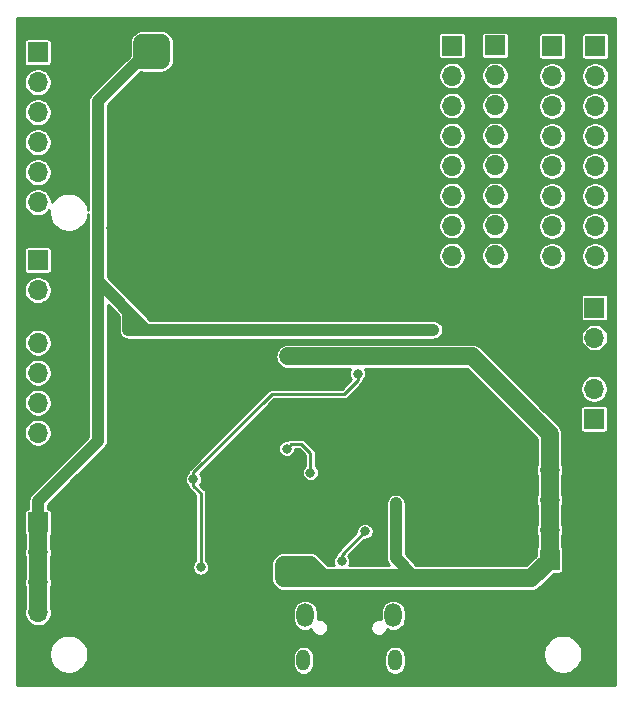
<source format=gbr>
G04 #@! TF.GenerationSoftware,KiCad,Pcbnew,5.1.5+dfsg1-2build2*
G04 #@! TF.CreationDate,2020-06-17T17:16:25+07:00*
G04 #@! TF.ProjectId,wrover_the_thesis,77726f76-6572-45f7-9468-655f74686573,rev?*
G04 #@! TF.SameCoordinates,Original*
G04 #@! TF.FileFunction,Copper,L2,Bot*
G04 #@! TF.FilePolarity,Positive*
%FSLAX46Y46*%
G04 Gerber Fmt 4.6, Leading zero omitted, Abs format (unit mm)*
G04 Created by KiCad (PCBNEW 5.1.5+dfsg1-2build2) date 2020-06-17 17:16:25*
%MOMM*%
%LPD*%
G04 APERTURE LIST*
%ADD10O,1.700000X1.700000*%
%ADD11R,1.700000X1.700000*%
%ADD12O,1.150000X1.800000*%
%ADD13O,1.450000X2.000000*%
%ADD14C,0.800000*%
%ADD15C,0.250000*%
%ADD16C,1.000000*%
%ADD17C,1.500000*%
%ADD18C,0.254000*%
G04 APERTURE END LIST*
D10*
X42820000Y-71620000D03*
X42820000Y-74160000D03*
X42820000Y-76700000D03*
X42820000Y-79240000D03*
D11*
X42820000Y-81780000D03*
D10*
X90010000Y-64290000D03*
X90010000Y-61750000D03*
X90010000Y-59210000D03*
X90010000Y-56670000D03*
X90010000Y-54130000D03*
X90010000Y-51590000D03*
X90010000Y-49050000D03*
D11*
X90010000Y-46510000D03*
D10*
X86370000Y-64290000D03*
X86370000Y-61750000D03*
X86370000Y-59210000D03*
X86370000Y-56670000D03*
X86370000Y-54130000D03*
X86370000Y-51590000D03*
X86370000Y-49050000D03*
D11*
X86370000Y-46510000D03*
D10*
X81530000Y-64240000D03*
X81530000Y-61700000D03*
X81530000Y-59160000D03*
X81530000Y-56620000D03*
X81530000Y-54080000D03*
X81530000Y-51540000D03*
X81530000Y-49000000D03*
D11*
X81530000Y-46460000D03*
D10*
X77900000Y-64250000D03*
X77900000Y-61710000D03*
X77900000Y-59170000D03*
X77900000Y-56630000D03*
X77900000Y-54090000D03*
X77900000Y-51550000D03*
X77900000Y-49010000D03*
D11*
X77900000Y-46470000D03*
D10*
X46470000Y-94470000D03*
X46470000Y-91930000D03*
X46470000Y-89390000D03*
D11*
X46470000Y-86850000D03*
D10*
X86150000Y-82380000D03*
X86150000Y-84920000D03*
X86150000Y-87460000D03*
D11*
X86150000Y-90000000D03*
D10*
X42850000Y-94470000D03*
X42850000Y-91930000D03*
X42850000Y-89390000D03*
D11*
X42850000Y-86850000D03*
D10*
X89880000Y-82360000D03*
X89880000Y-84900000D03*
X89880000Y-87440000D03*
D11*
X89880000Y-89980000D03*
D10*
X89920000Y-75530000D03*
D11*
X89920000Y-78070000D03*
D10*
X42820000Y-67180000D03*
D11*
X42820000Y-64640000D03*
D10*
X89950000Y-71190000D03*
D11*
X89950000Y-68650000D03*
D10*
X42810000Y-59740000D03*
X42810000Y-57200000D03*
X42810000Y-54660000D03*
X42810000Y-52120000D03*
X42810000Y-49580000D03*
D11*
X42810000Y-47040000D03*
D12*
X73065000Y-98510000D03*
X65315000Y-98510000D03*
D13*
X72915000Y-94710000D03*
X65465000Y-94710000D03*
D14*
X64220000Y-54340000D03*
X63190000Y-54330000D03*
X62120000Y-54320000D03*
X61020000Y-54300000D03*
X61000000Y-53330000D03*
X60980000Y-52380000D03*
X60980000Y-51430000D03*
X60960000Y-50520000D03*
X75370000Y-52250000D03*
X75380000Y-53220000D03*
X75420000Y-54240000D03*
X75370000Y-50490000D03*
X75370000Y-49470000D03*
X75370000Y-48400000D03*
X83860000Y-45460000D03*
X83860000Y-46490000D03*
X83860000Y-47560000D03*
X83940000Y-64650000D03*
X83940000Y-63540000D03*
X83960000Y-62420000D03*
X59170000Y-81880000D03*
X79720000Y-46080000D03*
X79720000Y-47170000D03*
X79690000Y-64600000D03*
X79690000Y-63540000D03*
X74370000Y-58440000D03*
X74370000Y-59490000D03*
X49870000Y-61080000D03*
X50720000Y-60260000D03*
X49020000Y-61920000D03*
X74590000Y-46480000D03*
X75390000Y-45610000D03*
X69860000Y-52990000D03*
X69880000Y-53920000D03*
X70770000Y-53000000D03*
X70800000Y-53910000D03*
X69620000Y-60570000D03*
X70690000Y-60520000D03*
X70680000Y-59500000D03*
X69580000Y-59500000D03*
X74310000Y-44570000D03*
X51110000Y-44500000D03*
X53660000Y-44510000D03*
X52430000Y-44490000D03*
X41490000Y-44470000D03*
X42500000Y-44470000D03*
X43520000Y-44470000D03*
X44480000Y-44490000D03*
X45420000Y-44500000D03*
X46420000Y-44500000D03*
X70650000Y-69180000D03*
X71860000Y-69210000D03*
X73230000Y-69220000D03*
X74420000Y-62170000D03*
X74420000Y-63370000D03*
X67170000Y-74960000D03*
X62950000Y-79390000D03*
X63780000Y-78530000D03*
X64680000Y-77730000D03*
X57340000Y-83150000D03*
X57310000Y-84060000D03*
X58280000Y-84550000D03*
X58620000Y-88230000D03*
X58620000Y-87140000D03*
X49410000Y-55980000D03*
X49460000Y-56980000D03*
X49500000Y-57920000D03*
X50490000Y-55970000D03*
X50550000Y-56990000D03*
X51580000Y-56000000D03*
X45730000Y-58210000D03*
X46690000Y-58220000D03*
X46690000Y-57130000D03*
X76770000Y-66740000D03*
X77670000Y-67710000D03*
X57710000Y-44560000D03*
X58920000Y-44550000D03*
X60130000Y-44550000D03*
X61410000Y-44520000D03*
X62600000Y-44550000D03*
X63810000Y-44550000D03*
X65090000Y-44530000D03*
X66430000Y-44530000D03*
X67590000Y-44560000D03*
X68830000Y-44540000D03*
X70010000Y-44540000D03*
X55990000Y-83180000D03*
X69894990Y-74245010D03*
X56620000Y-90630000D03*
X73130000Y-85520000D03*
X73130000Y-86670000D03*
X65060000Y-72790000D03*
X64020000Y-72790000D03*
X63410000Y-90310000D03*
X64460000Y-90280000D03*
X64490000Y-91560000D03*
X63390000Y-91570000D03*
X65520000Y-90280000D03*
X65520000Y-91550000D03*
X53240000Y-46230000D03*
X53280000Y-47660000D03*
X51670000Y-46280000D03*
X51660000Y-47680000D03*
X51710000Y-70490000D03*
X50640000Y-70480000D03*
X50660000Y-69230000D03*
X71970000Y-70530000D03*
X70720000Y-70530000D03*
X76320000Y-70530000D03*
X70520000Y-87590000D03*
X68540000Y-90140000D03*
X65910000Y-82620000D03*
X63885000Y-80595000D03*
D15*
X69894990Y-74810695D02*
X68730684Y-75975001D01*
X69894990Y-74245010D02*
X69894990Y-74810695D01*
X55990000Y-83745685D02*
X56620000Y-84375685D01*
X55990000Y-83180000D02*
X55990000Y-83745685D01*
X56620000Y-84375685D02*
X56620000Y-90630000D01*
X56620000Y-90630000D02*
X56620000Y-90630000D01*
X62629314Y-75975001D02*
X68730684Y-75975001D01*
X55990000Y-82614315D02*
X62629314Y-75975001D01*
X55990000Y-83180000D02*
X55990000Y-82614315D01*
D16*
X73130000Y-86000000D02*
X73130000Y-85520000D01*
X73130000Y-85520000D02*
X73130000Y-85240000D01*
X73130000Y-86670000D02*
X73130000Y-86000000D01*
D17*
X79589708Y-72790000D02*
X64020000Y-72790000D01*
X86150000Y-79350292D02*
X79589708Y-72790000D01*
X86150000Y-82380000D02*
X86150000Y-79350292D01*
D16*
X73130000Y-89890000D02*
X73130000Y-85520000D01*
D17*
X84600000Y-91550000D02*
X86150000Y-90000000D01*
X63660000Y-91550000D02*
X75440000Y-91550000D01*
X75440000Y-91550000D02*
X76830000Y-91550000D01*
X76830000Y-91550000D02*
X78280000Y-91550000D01*
X78280000Y-91550000D02*
X84600000Y-91550000D01*
D16*
X74790000Y-91550000D02*
X73130000Y-89890000D01*
X75440000Y-91550000D02*
X74790000Y-91550000D01*
D17*
X63660000Y-91550000D02*
X63660000Y-90430000D01*
X63660000Y-90430000D02*
X65850000Y-90430000D01*
X66970000Y-91550000D02*
X78280000Y-91550000D01*
X65850000Y-90430000D02*
X66970000Y-91550000D01*
X86150000Y-82380000D02*
X86150000Y-90000000D01*
D16*
X66150000Y-70530000D02*
X70720000Y-70530000D01*
X66150000Y-70530000D02*
X52020000Y-70530000D01*
X47919999Y-66429999D02*
X47919999Y-51190001D01*
X52020000Y-70530000D02*
X47919999Y-66429999D01*
X47919999Y-51190001D02*
X51430000Y-47680000D01*
X51430000Y-47680000D02*
X51660000Y-47680000D01*
X53280000Y-47660000D02*
X53280000Y-47660000D01*
X52020000Y-70530000D02*
X51720000Y-70530000D01*
X51720000Y-70530000D02*
X50490000Y-70530000D01*
X73570000Y-70530000D02*
X76320000Y-70530000D01*
X72510000Y-70530000D02*
X73570000Y-70530000D01*
X70720000Y-70530000D02*
X72510000Y-70530000D01*
D17*
X42850000Y-86850000D02*
X42850000Y-94470000D01*
D16*
X50490000Y-70530000D02*
X50490000Y-69430000D01*
X50660000Y-69795685D02*
X50660000Y-69230000D01*
X42850000Y-85000000D02*
X42850000Y-86850000D01*
X47919999Y-79930001D02*
X42850000Y-85000000D01*
X47919999Y-66429999D02*
X47919999Y-79930001D01*
D17*
X53260000Y-47680000D02*
X53280000Y-47660000D01*
X51660000Y-47680000D02*
X53260000Y-47680000D01*
X53280000Y-46270000D02*
X53240000Y-46230000D01*
X53280000Y-47660000D02*
X53280000Y-46270000D01*
X51720000Y-46230000D02*
X51670000Y-46280000D01*
X53240000Y-46230000D02*
X51720000Y-46230000D01*
X51670000Y-47670000D02*
X51660000Y-47680000D01*
X51670000Y-46280000D02*
X51670000Y-47670000D01*
D15*
X68540000Y-89570000D02*
X70520000Y-87590000D01*
X68540000Y-90140000D02*
X68540000Y-89570000D01*
X64284999Y-80195001D02*
X65125001Y-80195001D01*
X63885000Y-80595000D02*
X64284999Y-80195001D01*
X65910000Y-80980000D02*
X65910000Y-82620000D01*
X65125001Y-80195001D02*
X65910000Y-80980000D01*
D18*
G36*
X91678000Y-100588000D02*
G01*
X41022000Y-100588000D01*
X41022000Y-97836115D01*
X43766051Y-97836115D01*
X43766051Y-98163885D01*
X43829996Y-98485356D01*
X43955428Y-98788175D01*
X44137527Y-99060706D01*
X44369294Y-99292473D01*
X44641825Y-99474572D01*
X44944644Y-99600004D01*
X45266115Y-99663949D01*
X45593885Y-99663949D01*
X45915356Y-99600004D01*
X46218175Y-99474572D01*
X46490706Y-99292473D01*
X46722473Y-99060706D01*
X46904572Y-98788175D01*
X47030004Y-98485356D01*
X47093949Y-98163885D01*
X47093949Y-98140694D01*
X64413000Y-98140694D01*
X64413000Y-98879307D01*
X64426052Y-99011823D01*
X64477630Y-99181850D01*
X64561387Y-99338549D01*
X64674105Y-99475896D01*
X64811452Y-99588614D01*
X64968151Y-99672371D01*
X65138178Y-99723948D01*
X65315000Y-99741364D01*
X65491823Y-99723948D01*
X65661850Y-99672371D01*
X65818549Y-99588614D01*
X65955896Y-99475896D01*
X66068614Y-99338549D01*
X66152371Y-99181850D01*
X66203948Y-99011823D01*
X66217000Y-98879307D01*
X66217000Y-98140694D01*
X72163000Y-98140694D01*
X72163000Y-98879307D01*
X72176052Y-99011823D01*
X72227630Y-99181850D01*
X72311387Y-99338549D01*
X72424105Y-99475896D01*
X72561452Y-99588614D01*
X72718151Y-99672371D01*
X72888178Y-99723948D01*
X73065000Y-99741364D01*
X73241823Y-99723948D01*
X73411850Y-99672371D01*
X73568549Y-99588614D01*
X73705896Y-99475896D01*
X73818614Y-99338549D01*
X73902371Y-99181850D01*
X73953948Y-99011823D01*
X73967000Y-98879307D01*
X73967000Y-98140693D01*
X73953948Y-98008177D01*
X73902371Y-97838150D01*
X73901284Y-97836115D01*
X85606051Y-97836115D01*
X85606051Y-98163885D01*
X85669996Y-98485356D01*
X85795428Y-98788175D01*
X85977527Y-99060706D01*
X86209294Y-99292473D01*
X86481825Y-99474572D01*
X86784644Y-99600004D01*
X87106115Y-99663949D01*
X87433885Y-99663949D01*
X87755356Y-99600004D01*
X88058175Y-99474572D01*
X88330706Y-99292473D01*
X88562473Y-99060706D01*
X88744572Y-98788175D01*
X88870004Y-98485356D01*
X88933949Y-98163885D01*
X88933949Y-97836115D01*
X88870004Y-97514644D01*
X88744572Y-97211825D01*
X88562473Y-96939294D01*
X88330706Y-96707527D01*
X88058175Y-96525428D01*
X87755356Y-96399996D01*
X87433885Y-96336051D01*
X87106115Y-96336051D01*
X86784644Y-96399996D01*
X86481825Y-96525428D01*
X86209294Y-96707527D01*
X85977527Y-96939294D01*
X85795428Y-97211825D01*
X85669996Y-97514644D01*
X85606051Y-97836115D01*
X73901284Y-97836115D01*
X73818614Y-97681451D01*
X73705896Y-97544104D01*
X73568548Y-97431386D01*
X73411849Y-97347629D01*
X73241822Y-97296052D01*
X73065000Y-97278636D01*
X72888177Y-97296052D01*
X72718150Y-97347629D01*
X72561451Y-97431386D01*
X72424104Y-97544104D01*
X72311386Y-97681452D01*
X72227629Y-97838151D01*
X72176052Y-98008178D01*
X72163000Y-98140694D01*
X66217000Y-98140694D01*
X66217000Y-98140693D01*
X66203948Y-98008177D01*
X66152371Y-97838150D01*
X66068614Y-97681451D01*
X65955896Y-97544104D01*
X65818548Y-97431386D01*
X65661849Y-97347629D01*
X65491822Y-97296052D01*
X65315000Y-97278636D01*
X65138177Y-97296052D01*
X64968150Y-97347629D01*
X64811451Y-97431386D01*
X64674104Y-97544104D01*
X64561386Y-97681452D01*
X64477629Y-97838151D01*
X64426052Y-98008178D01*
X64413000Y-98140694D01*
X47093949Y-98140694D01*
X47093949Y-97836115D01*
X47030004Y-97514644D01*
X46904572Y-97211825D01*
X46722473Y-96939294D01*
X46490706Y-96707527D01*
X46218175Y-96525428D01*
X45915356Y-96399996D01*
X45593885Y-96336051D01*
X45266115Y-96336051D01*
X44944644Y-96399996D01*
X44641825Y-96525428D01*
X44369294Y-96707527D01*
X44137527Y-96939294D01*
X43955428Y-97211825D01*
X43829996Y-97514644D01*
X43766051Y-97836115D01*
X41022000Y-97836115D01*
X41022000Y-79124076D01*
X41643000Y-79124076D01*
X41643000Y-79355924D01*
X41688231Y-79583318D01*
X41776956Y-79797519D01*
X41905764Y-79990294D01*
X42069706Y-80154236D01*
X42262481Y-80283044D01*
X42476682Y-80371769D01*
X42704076Y-80417000D01*
X42935924Y-80417000D01*
X43163318Y-80371769D01*
X43377519Y-80283044D01*
X43570294Y-80154236D01*
X43734236Y-79990294D01*
X43863044Y-79797519D01*
X43951769Y-79583318D01*
X43997000Y-79355924D01*
X43997000Y-79124076D01*
X43951769Y-78896682D01*
X43863044Y-78682481D01*
X43734236Y-78489706D01*
X43570294Y-78325764D01*
X43377519Y-78196956D01*
X43163318Y-78108231D01*
X42935924Y-78063000D01*
X42704076Y-78063000D01*
X42476682Y-78108231D01*
X42262481Y-78196956D01*
X42069706Y-78325764D01*
X41905764Y-78489706D01*
X41776956Y-78682481D01*
X41688231Y-78896682D01*
X41643000Y-79124076D01*
X41022000Y-79124076D01*
X41022000Y-76584076D01*
X41643000Y-76584076D01*
X41643000Y-76815924D01*
X41688231Y-77043318D01*
X41776956Y-77257519D01*
X41905764Y-77450294D01*
X42069706Y-77614236D01*
X42262481Y-77743044D01*
X42476682Y-77831769D01*
X42704076Y-77877000D01*
X42935924Y-77877000D01*
X43163318Y-77831769D01*
X43377519Y-77743044D01*
X43570294Y-77614236D01*
X43734236Y-77450294D01*
X43863044Y-77257519D01*
X43951769Y-77043318D01*
X43997000Y-76815924D01*
X43997000Y-76584076D01*
X43951769Y-76356682D01*
X43863044Y-76142481D01*
X43734236Y-75949706D01*
X43570294Y-75785764D01*
X43377519Y-75656956D01*
X43163318Y-75568231D01*
X42935924Y-75523000D01*
X42704076Y-75523000D01*
X42476682Y-75568231D01*
X42262481Y-75656956D01*
X42069706Y-75785764D01*
X41905764Y-75949706D01*
X41776956Y-76142481D01*
X41688231Y-76356682D01*
X41643000Y-76584076D01*
X41022000Y-76584076D01*
X41022000Y-74044076D01*
X41643000Y-74044076D01*
X41643000Y-74275924D01*
X41688231Y-74503318D01*
X41776956Y-74717519D01*
X41905764Y-74910294D01*
X42069706Y-75074236D01*
X42262481Y-75203044D01*
X42476682Y-75291769D01*
X42704076Y-75337000D01*
X42935924Y-75337000D01*
X43163318Y-75291769D01*
X43377519Y-75203044D01*
X43570294Y-75074236D01*
X43734236Y-74910294D01*
X43863044Y-74717519D01*
X43951769Y-74503318D01*
X43997000Y-74275924D01*
X43997000Y-74044076D01*
X43951769Y-73816682D01*
X43863044Y-73602481D01*
X43734236Y-73409706D01*
X43570294Y-73245764D01*
X43377519Y-73116956D01*
X43163318Y-73028231D01*
X42935924Y-72983000D01*
X42704076Y-72983000D01*
X42476682Y-73028231D01*
X42262481Y-73116956D01*
X42069706Y-73245764D01*
X41905764Y-73409706D01*
X41776956Y-73602481D01*
X41688231Y-73816682D01*
X41643000Y-74044076D01*
X41022000Y-74044076D01*
X41022000Y-71504076D01*
X41643000Y-71504076D01*
X41643000Y-71735924D01*
X41688231Y-71963318D01*
X41776956Y-72177519D01*
X41905764Y-72370294D01*
X42069706Y-72534236D01*
X42262481Y-72663044D01*
X42476682Y-72751769D01*
X42704076Y-72797000D01*
X42935924Y-72797000D01*
X43163318Y-72751769D01*
X43377519Y-72663044D01*
X43570294Y-72534236D01*
X43734236Y-72370294D01*
X43863044Y-72177519D01*
X43951769Y-71963318D01*
X43997000Y-71735924D01*
X43997000Y-71504076D01*
X43951769Y-71276682D01*
X43863044Y-71062481D01*
X43734236Y-70869706D01*
X43570294Y-70705764D01*
X43377519Y-70576956D01*
X43163318Y-70488231D01*
X42935924Y-70443000D01*
X42704076Y-70443000D01*
X42476682Y-70488231D01*
X42262481Y-70576956D01*
X42069706Y-70705764D01*
X41905764Y-70869706D01*
X41776956Y-71062481D01*
X41688231Y-71276682D01*
X41643000Y-71504076D01*
X41022000Y-71504076D01*
X41022000Y-67064076D01*
X41643000Y-67064076D01*
X41643000Y-67295924D01*
X41688231Y-67523318D01*
X41776956Y-67737519D01*
X41905764Y-67930294D01*
X42069706Y-68094236D01*
X42262481Y-68223044D01*
X42476682Y-68311769D01*
X42704076Y-68357000D01*
X42935924Y-68357000D01*
X43163318Y-68311769D01*
X43377519Y-68223044D01*
X43570294Y-68094236D01*
X43734236Y-67930294D01*
X43863044Y-67737519D01*
X43951769Y-67523318D01*
X43997000Y-67295924D01*
X43997000Y-67064076D01*
X43951769Y-66836682D01*
X43863044Y-66622481D01*
X43734236Y-66429706D01*
X43570294Y-66265764D01*
X43377519Y-66136956D01*
X43163318Y-66048231D01*
X42935924Y-66003000D01*
X42704076Y-66003000D01*
X42476682Y-66048231D01*
X42262481Y-66136956D01*
X42069706Y-66265764D01*
X41905764Y-66429706D01*
X41776956Y-66622481D01*
X41688231Y-66836682D01*
X41643000Y-67064076D01*
X41022000Y-67064076D01*
X41022000Y-63790000D01*
X41641418Y-63790000D01*
X41641418Y-65490000D01*
X41647732Y-65554103D01*
X41666430Y-65615743D01*
X41696794Y-65672550D01*
X41737657Y-65722343D01*
X41787450Y-65763206D01*
X41844257Y-65793570D01*
X41905897Y-65812268D01*
X41970000Y-65818582D01*
X43670000Y-65818582D01*
X43734103Y-65812268D01*
X43795743Y-65793570D01*
X43852550Y-65763206D01*
X43902343Y-65722343D01*
X43943206Y-65672550D01*
X43973570Y-65615743D01*
X43992268Y-65554103D01*
X43998582Y-65490000D01*
X43998582Y-63790000D01*
X43992268Y-63725897D01*
X43973570Y-63664257D01*
X43943206Y-63607450D01*
X43902343Y-63557657D01*
X43852550Y-63516794D01*
X43795743Y-63486430D01*
X43734103Y-63467732D01*
X43670000Y-63461418D01*
X41970000Y-63461418D01*
X41905897Y-63467732D01*
X41844257Y-63486430D01*
X41787450Y-63516794D01*
X41737657Y-63557657D01*
X41696794Y-63607450D01*
X41666430Y-63664257D01*
X41647732Y-63725897D01*
X41641418Y-63790000D01*
X41022000Y-63790000D01*
X41022000Y-59624076D01*
X41633000Y-59624076D01*
X41633000Y-59855924D01*
X41678231Y-60083318D01*
X41766956Y-60297519D01*
X41895764Y-60490294D01*
X42059706Y-60654236D01*
X42252481Y-60783044D01*
X42466682Y-60871769D01*
X42694076Y-60917000D01*
X42925924Y-60917000D01*
X43153318Y-60871769D01*
X43367519Y-60783044D01*
X43560294Y-60654236D01*
X43724236Y-60490294D01*
X43766051Y-60427713D01*
X43766051Y-60743885D01*
X43829996Y-61065356D01*
X43955428Y-61368175D01*
X44137527Y-61640706D01*
X44369294Y-61872473D01*
X44641825Y-62054572D01*
X44944644Y-62180004D01*
X45266115Y-62243949D01*
X45593885Y-62243949D01*
X45915356Y-62180004D01*
X46218175Y-62054572D01*
X46490706Y-61872473D01*
X46722473Y-61640706D01*
X46904572Y-61368175D01*
X47030004Y-61065356D01*
X47092999Y-60748659D01*
X47092999Y-66389385D01*
X47088999Y-66429999D01*
X47092999Y-66470613D01*
X47093000Y-79587445D01*
X42293952Y-84386495D01*
X42262394Y-84412394D01*
X42236498Y-84443949D01*
X42159048Y-84538321D01*
X42153076Y-84549494D01*
X42082255Y-84681991D01*
X42034966Y-84837881D01*
X42023000Y-84959377D01*
X42023000Y-84959386D01*
X42019000Y-85000000D01*
X42023000Y-85040614D01*
X42023000Y-85671418D01*
X42000000Y-85671418D01*
X41935897Y-85677732D01*
X41874257Y-85696430D01*
X41817450Y-85726794D01*
X41767657Y-85767657D01*
X41726794Y-85817450D01*
X41696430Y-85874257D01*
X41677732Y-85935897D01*
X41671418Y-86000000D01*
X41671418Y-87700000D01*
X41677732Y-87764103D01*
X41696430Y-87825743D01*
X41726794Y-87882550D01*
X41767657Y-87932343D01*
X41773000Y-87936728D01*
X41773000Y-88914457D01*
X41718231Y-89046682D01*
X41673000Y-89274076D01*
X41673000Y-89505924D01*
X41718231Y-89733318D01*
X41773000Y-89865543D01*
X41773001Y-91454457D01*
X41718231Y-91586682D01*
X41673000Y-91814076D01*
X41673000Y-92045924D01*
X41718231Y-92273318D01*
X41773001Y-92405544D01*
X41773001Y-93994456D01*
X41718231Y-94126682D01*
X41673000Y-94354076D01*
X41673000Y-94585924D01*
X41718231Y-94813318D01*
X41806956Y-95027519D01*
X41935764Y-95220294D01*
X42099706Y-95384236D01*
X42292481Y-95513044D01*
X42506682Y-95601769D01*
X42734076Y-95647000D01*
X42965924Y-95647000D01*
X43193318Y-95601769D01*
X43407519Y-95513044D01*
X43600294Y-95384236D01*
X43764236Y-95220294D01*
X43893044Y-95027519D01*
X43981769Y-94813318D01*
X44027000Y-94585924D01*
X44027000Y-94383322D01*
X64413000Y-94383322D01*
X64413000Y-95036679D01*
X64428222Y-95191228D01*
X64488377Y-95389531D01*
X64586063Y-95572288D01*
X64717525Y-95732476D01*
X64877713Y-95863938D01*
X65060470Y-95961624D01*
X65258773Y-96021778D01*
X65465000Y-96042090D01*
X65671228Y-96021778D01*
X65869531Y-95961624D01*
X65977394Y-95903970D01*
X65990938Y-95972058D01*
X66045741Y-96104364D01*
X66125302Y-96223436D01*
X66226564Y-96324698D01*
X66345636Y-96404259D01*
X66477942Y-96459062D01*
X66618397Y-96487000D01*
X66761603Y-96487000D01*
X66902058Y-96459062D01*
X67034364Y-96404259D01*
X67153436Y-96324698D01*
X67254698Y-96223436D01*
X67334259Y-96104364D01*
X67389062Y-95972058D01*
X67417000Y-95831603D01*
X67417000Y-95688397D01*
X70963000Y-95688397D01*
X70963000Y-95831603D01*
X70990938Y-95972058D01*
X71045741Y-96104364D01*
X71125302Y-96223436D01*
X71226564Y-96324698D01*
X71345636Y-96404259D01*
X71477942Y-96459062D01*
X71618397Y-96487000D01*
X71761603Y-96487000D01*
X71902058Y-96459062D01*
X72034364Y-96404259D01*
X72153436Y-96324698D01*
X72254698Y-96223436D01*
X72334259Y-96104364D01*
X72389062Y-95972058D01*
X72402606Y-95903969D01*
X72510470Y-95961624D01*
X72708773Y-96021778D01*
X72915000Y-96042090D01*
X73121228Y-96021778D01*
X73319531Y-95961624D01*
X73502288Y-95863938D01*
X73662476Y-95732476D01*
X73793938Y-95572288D01*
X73891624Y-95389530D01*
X73951778Y-95191227D01*
X73967000Y-95036678D01*
X73967000Y-94383321D01*
X73951778Y-94228772D01*
X73891624Y-94030469D01*
X73793938Y-93847712D01*
X73662476Y-93687524D01*
X73502288Y-93556062D01*
X73319530Y-93458376D01*
X73121227Y-93398222D01*
X72915000Y-93377910D01*
X72708772Y-93398222D01*
X72510469Y-93458376D01*
X72327712Y-93556062D01*
X72167524Y-93687524D01*
X72036062Y-93847712D01*
X71938376Y-94030470D01*
X71878222Y-94228773D01*
X71863000Y-94383322D01*
X71863000Y-95036679D01*
X71864657Y-95053498D01*
X71761603Y-95033000D01*
X71618397Y-95033000D01*
X71477942Y-95060938D01*
X71345636Y-95115741D01*
X71226564Y-95195302D01*
X71125302Y-95296564D01*
X71045741Y-95415636D01*
X70990938Y-95547942D01*
X70963000Y-95688397D01*
X67417000Y-95688397D01*
X67389062Y-95547942D01*
X67334259Y-95415636D01*
X67254698Y-95296564D01*
X67153436Y-95195302D01*
X67034364Y-95115741D01*
X66902058Y-95060938D01*
X66761603Y-95033000D01*
X66618397Y-95033000D01*
X66515343Y-95053498D01*
X66517000Y-95036678D01*
X66517000Y-94383321D01*
X66501778Y-94228772D01*
X66441624Y-94030469D01*
X66343938Y-93847712D01*
X66212476Y-93687524D01*
X66052288Y-93556062D01*
X65869530Y-93458376D01*
X65671227Y-93398222D01*
X65465000Y-93377910D01*
X65258772Y-93398222D01*
X65060469Y-93458376D01*
X64877712Y-93556062D01*
X64717524Y-93687524D01*
X64586062Y-93847712D01*
X64488376Y-94030470D01*
X64428222Y-94228773D01*
X64413000Y-94383322D01*
X44027000Y-94383322D01*
X44027000Y-94354076D01*
X43981769Y-94126682D01*
X43927000Y-93994458D01*
X43927000Y-92405542D01*
X43981769Y-92273318D01*
X44027000Y-92045924D01*
X44027000Y-91814076D01*
X43981769Y-91586682D01*
X43927000Y-91454458D01*
X43927000Y-89865542D01*
X43981769Y-89733318D01*
X44027000Y-89505924D01*
X44027000Y-89274076D01*
X43981769Y-89046682D01*
X43927000Y-88914458D01*
X43927000Y-87936728D01*
X43932343Y-87932343D01*
X43973206Y-87882550D01*
X44003570Y-87825743D01*
X44022268Y-87764103D01*
X44028582Y-87700000D01*
X44028582Y-86000000D01*
X44022268Y-85935897D01*
X44003570Y-85874257D01*
X43973206Y-85817450D01*
X43932343Y-85767657D01*
X43882550Y-85726794D01*
X43825743Y-85696430D01*
X43764103Y-85677732D01*
X43700000Y-85671418D01*
X43677000Y-85671418D01*
X43677000Y-85342553D01*
X45911156Y-83108397D01*
X55263000Y-83108397D01*
X55263000Y-83251603D01*
X55290938Y-83392058D01*
X55345741Y-83524364D01*
X55425302Y-83643436D01*
X55526564Y-83744698D01*
X55536360Y-83751244D01*
X55544540Y-83834292D01*
X55570386Y-83919494D01*
X55576122Y-83930225D01*
X55612358Y-83998018D01*
X55668842Y-84066844D01*
X55686096Y-84081004D01*
X56168000Y-84562909D01*
X56168001Y-90057660D01*
X56156564Y-90065302D01*
X56055302Y-90166564D01*
X55975741Y-90285636D01*
X55920938Y-90417942D01*
X55893000Y-90558397D01*
X55893000Y-90701603D01*
X55920938Y-90842058D01*
X55975741Y-90974364D01*
X56055302Y-91093436D01*
X56156564Y-91194698D01*
X56275636Y-91274259D01*
X56407942Y-91329062D01*
X56548397Y-91357000D01*
X56691603Y-91357000D01*
X56832058Y-91329062D01*
X56964364Y-91274259D01*
X57083436Y-91194698D01*
X57184698Y-91093436D01*
X57264259Y-90974364D01*
X57319062Y-90842058D01*
X57347000Y-90701603D01*
X57347000Y-90558397D01*
X57319062Y-90417942D01*
X57264259Y-90285636D01*
X57184698Y-90166564D01*
X57083436Y-90065302D01*
X57072000Y-90057661D01*
X57072000Y-84397890D01*
X57074187Y-84375685D01*
X57065460Y-84287077D01*
X57039614Y-84201875D01*
X57022419Y-84169706D01*
X56997643Y-84123352D01*
X56941159Y-84054526D01*
X56923906Y-84040367D01*
X56540836Y-83657298D01*
X56554698Y-83643436D01*
X56634259Y-83524364D01*
X56689062Y-83392058D01*
X56717000Y-83251603D01*
X56717000Y-83108397D01*
X56689062Y-82967942D01*
X56634259Y-82835636D01*
X56554698Y-82716564D01*
X56540836Y-82702702D01*
X58720141Y-80523397D01*
X63158000Y-80523397D01*
X63158000Y-80666603D01*
X63185938Y-80807058D01*
X63240741Y-80939364D01*
X63320302Y-81058436D01*
X63421564Y-81159698D01*
X63540636Y-81239259D01*
X63672942Y-81294062D01*
X63813397Y-81322000D01*
X63956603Y-81322000D01*
X64097058Y-81294062D01*
X64229364Y-81239259D01*
X64348436Y-81159698D01*
X64449698Y-81058436D01*
X64529259Y-80939364D01*
X64584062Y-80807058D01*
X64612000Y-80666603D01*
X64612000Y-80647001D01*
X64937778Y-80647001D01*
X65458000Y-81167225D01*
X65458001Y-82047660D01*
X65446564Y-82055302D01*
X65345302Y-82156564D01*
X65265741Y-82275636D01*
X65210938Y-82407942D01*
X65183000Y-82548397D01*
X65183000Y-82691603D01*
X65210938Y-82832058D01*
X65265741Y-82964364D01*
X65345302Y-83083436D01*
X65446564Y-83184698D01*
X65565636Y-83264259D01*
X65697942Y-83319062D01*
X65838397Y-83347000D01*
X65981603Y-83347000D01*
X66122058Y-83319062D01*
X66254364Y-83264259D01*
X66373436Y-83184698D01*
X66474698Y-83083436D01*
X66554259Y-82964364D01*
X66609062Y-82832058D01*
X66637000Y-82691603D01*
X66637000Y-82548397D01*
X66609062Y-82407942D01*
X66554259Y-82275636D01*
X66474698Y-82156564D01*
X66373436Y-82055302D01*
X66362000Y-82047661D01*
X66362000Y-81002204D01*
X66364187Y-80979999D01*
X66355460Y-80891392D01*
X66349444Y-80871562D01*
X66329614Y-80806190D01*
X66287643Y-80727667D01*
X66231159Y-80658841D01*
X66213911Y-80644686D01*
X65460324Y-79891101D01*
X65446160Y-79873842D01*
X65377334Y-79817358D01*
X65298811Y-79775387D01*
X65213608Y-79749541D01*
X65147206Y-79743001D01*
X65125001Y-79740814D01*
X65102796Y-79743001D01*
X64307203Y-79743001D01*
X64284998Y-79740814D01*
X64196391Y-79749541D01*
X64135933Y-79767881D01*
X64111189Y-79775387D01*
X64032666Y-79817358D01*
X63968158Y-79870298D01*
X63956603Y-79868000D01*
X63813397Y-79868000D01*
X63672942Y-79895938D01*
X63540636Y-79950741D01*
X63421564Y-80030302D01*
X63320302Y-80131564D01*
X63240741Y-80250636D01*
X63185938Y-80382942D01*
X63158000Y-80523397D01*
X58720141Y-80523397D01*
X62816538Y-76427001D01*
X68708479Y-76427001D01*
X68730684Y-76429188D01*
X68752889Y-76427001D01*
X68819291Y-76420461D01*
X68904494Y-76394615D01*
X68983017Y-76352644D01*
X69051843Y-76296160D01*
X69066007Y-76278901D01*
X70198900Y-75146010D01*
X70216149Y-75131854D01*
X70272633Y-75063028D01*
X70314604Y-74984505D01*
X70340450Y-74899302D01*
X70346990Y-74832900D01*
X70348630Y-74816254D01*
X70358426Y-74809708D01*
X70459688Y-74708446D01*
X70539249Y-74589374D01*
X70594052Y-74457068D01*
X70621990Y-74316613D01*
X70621990Y-74173407D01*
X70594052Y-74032952D01*
X70539249Y-73900646D01*
X70516768Y-73867000D01*
X79143601Y-73867000D01*
X85073001Y-79796401D01*
X85073000Y-81904458D01*
X85018231Y-82036682D01*
X84973000Y-82264076D01*
X84973000Y-82495924D01*
X85018231Y-82723318D01*
X85073000Y-82855542D01*
X85073000Y-84444457D01*
X85018231Y-84576682D01*
X84973000Y-84804076D01*
X84973000Y-85035924D01*
X85018231Y-85263318D01*
X85073000Y-85395543D01*
X85073001Y-86984457D01*
X85018231Y-87116682D01*
X84973000Y-87344076D01*
X84973000Y-87575924D01*
X85018231Y-87803318D01*
X85073001Y-87935544D01*
X85073001Y-88913272D01*
X85067657Y-88917657D01*
X85026794Y-88967450D01*
X84996430Y-89024257D01*
X84977732Y-89085897D01*
X84971418Y-89150000D01*
X84971418Y-89655474D01*
X84153893Y-90473000D01*
X74882554Y-90473000D01*
X73957000Y-89547447D01*
X73957000Y-85199377D01*
X73945034Y-85077881D01*
X73897745Y-84921990D01*
X73820952Y-84778321D01*
X73717606Y-84652394D01*
X73591679Y-84549048D01*
X73448010Y-84472255D01*
X73292120Y-84424966D01*
X73130000Y-84408999D01*
X72967881Y-84424966D01*
X72811991Y-84472255D01*
X72668322Y-84549048D01*
X72542394Y-84652394D01*
X72439048Y-84778321D01*
X72362255Y-84921990D01*
X72314966Y-85077880D01*
X72303000Y-85199376D01*
X72303000Y-86710623D01*
X72303001Y-86710630D01*
X72303000Y-89849386D01*
X72299000Y-89890000D01*
X72303000Y-89930614D01*
X72303000Y-89930623D01*
X72314966Y-90052119D01*
X72362255Y-90208009D01*
X72373265Y-90228607D01*
X72439048Y-90351679D01*
X72490312Y-90414144D01*
X72538614Y-90473000D01*
X69188966Y-90473000D01*
X69239062Y-90352058D01*
X69267000Y-90211603D01*
X69267000Y-90068397D01*
X69239062Y-89927942D01*
X69184259Y-89795636D01*
X69104698Y-89676564D01*
X69088679Y-89660545D01*
X70434907Y-88314317D01*
X70448397Y-88317000D01*
X70591603Y-88317000D01*
X70732058Y-88289062D01*
X70864364Y-88234259D01*
X70983436Y-88154698D01*
X71084698Y-88053436D01*
X71164259Y-87934364D01*
X71219062Y-87802058D01*
X71247000Y-87661603D01*
X71247000Y-87518397D01*
X71219062Y-87377942D01*
X71164259Y-87245636D01*
X71084698Y-87126564D01*
X70983436Y-87025302D01*
X70864364Y-86945741D01*
X70732058Y-86890938D01*
X70591603Y-86863000D01*
X70448397Y-86863000D01*
X70307942Y-86890938D01*
X70175636Y-86945741D01*
X70056564Y-87025302D01*
X69955302Y-87126564D01*
X69875741Y-87245636D01*
X69820938Y-87377942D01*
X69793000Y-87518397D01*
X69793000Y-87661603D01*
X69795683Y-87675093D01*
X68236096Y-89234681D01*
X68218842Y-89248841D01*
X68196145Y-89276498D01*
X68162358Y-89317667D01*
X68120386Y-89396191D01*
X68094540Y-89481393D01*
X68085906Y-89569060D01*
X68076564Y-89575302D01*
X67975302Y-89676564D01*
X67895741Y-89795636D01*
X67840938Y-89927942D01*
X67813000Y-90068397D01*
X67813000Y-90211603D01*
X67840938Y-90352058D01*
X67891034Y-90473000D01*
X67416108Y-90473000D01*
X66648972Y-89705865D01*
X66615239Y-89664761D01*
X66451244Y-89530174D01*
X66264144Y-89430167D01*
X66061129Y-89368583D01*
X65902909Y-89353000D01*
X65902907Y-89353000D01*
X65850000Y-89347789D01*
X65797093Y-89353000D01*
X63712909Y-89353000D01*
X63660000Y-89347789D01*
X63607091Y-89353000D01*
X63448871Y-89368583D01*
X63245856Y-89430167D01*
X63058756Y-89530174D01*
X62894761Y-89664761D01*
X62760174Y-89828756D01*
X62660167Y-90015856D01*
X62598583Y-90218871D01*
X62577789Y-90430000D01*
X62583000Y-90482909D01*
X62583000Y-91497091D01*
X62577789Y-91550000D01*
X62598583Y-91761129D01*
X62660167Y-91964144D01*
X62740640Y-92114698D01*
X62760174Y-92151244D01*
X62894761Y-92315239D01*
X63058756Y-92449826D01*
X63245856Y-92549833D01*
X63448871Y-92611417D01*
X63660000Y-92632211D01*
X63712909Y-92627000D01*
X66917092Y-92627000D01*
X66969999Y-92632211D01*
X67022906Y-92627000D01*
X84547093Y-92627000D01*
X84600000Y-92632211D01*
X84652907Y-92627000D01*
X84652909Y-92627000D01*
X84811129Y-92611417D01*
X85014144Y-92549833D01*
X85201244Y-92449826D01*
X85365239Y-92315239D01*
X85398972Y-92274135D01*
X86494526Y-91178582D01*
X87000000Y-91178582D01*
X87064103Y-91172268D01*
X87125743Y-91153570D01*
X87182550Y-91123206D01*
X87232343Y-91082343D01*
X87273206Y-91032550D01*
X87303570Y-90975743D01*
X87322268Y-90914103D01*
X87328582Y-90850000D01*
X87328582Y-89150000D01*
X87322268Y-89085897D01*
X87303570Y-89024257D01*
X87273206Y-88967450D01*
X87232343Y-88917657D01*
X87227000Y-88913272D01*
X87227000Y-87935542D01*
X87281769Y-87803318D01*
X87327000Y-87575924D01*
X87327000Y-87344076D01*
X87281769Y-87116682D01*
X87227000Y-86984458D01*
X87227000Y-85395542D01*
X87281769Y-85263318D01*
X87327000Y-85035924D01*
X87327000Y-84804076D01*
X87281769Y-84576682D01*
X87227000Y-84444458D01*
X87227000Y-82855542D01*
X87281769Y-82723318D01*
X87327000Y-82495924D01*
X87327000Y-82264076D01*
X87281769Y-82036682D01*
X87227000Y-81904458D01*
X87227000Y-79403199D01*
X87232211Y-79350292D01*
X87227000Y-79297383D01*
X87211417Y-79139163D01*
X87149833Y-78936148D01*
X87049826Y-78749048D01*
X86915239Y-78585053D01*
X86874140Y-78551324D01*
X85542816Y-77220000D01*
X88741418Y-77220000D01*
X88741418Y-78920000D01*
X88747732Y-78984103D01*
X88766430Y-79045743D01*
X88796794Y-79102550D01*
X88837657Y-79152343D01*
X88887450Y-79193206D01*
X88944257Y-79223570D01*
X89005897Y-79242268D01*
X89070000Y-79248582D01*
X90770000Y-79248582D01*
X90834103Y-79242268D01*
X90895743Y-79223570D01*
X90952550Y-79193206D01*
X91002343Y-79152343D01*
X91043206Y-79102550D01*
X91073570Y-79045743D01*
X91092268Y-78984103D01*
X91098582Y-78920000D01*
X91098582Y-77220000D01*
X91092268Y-77155897D01*
X91073570Y-77094257D01*
X91043206Y-77037450D01*
X91002343Y-76987657D01*
X90952550Y-76946794D01*
X90895743Y-76916430D01*
X90834103Y-76897732D01*
X90770000Y-76891418D01*
X89070000Y-76891418D01*
X89005897Y-76897732D01*
X88944257Y-76916430D01*
X88887450Y-76946794D01*
X88837657Y-76987657D01*
X88796794Y-77037450D01*
X88766430Y-77094257D01*
X88747732Y-77155897D01*
X88741418Y-77220000D01*
X85542816Y-77220000D01*
X83736892Y-75414076D01*
X88743000Y-75414076D01*
X88743000Y-75645924D01*
X88788231Y-75873318D01*
X88876956Y-76087519D01*
X89005764Y-76280294D01*
X89169706Y-76444236D01*
X89362481Y-76573044D01*
X89576682Y-76661769D01*
X89804076Y-76707000D01*
X90035924Y-76707000D01*
X90263318Y-76661769D01*
X90477519Y-76573044D01*
X90670294Y-76444236D01*
X90834236Y-76280294D01*
X90963044Y-76087519D01*
X91051769Y-75873318D01*
X91097000Y-75645924D01*
X91097000Y-75414076D01*
X91051769Y-75186682D01*
X90963044Y-74972481D01*
X90834236Y-74779706D01*
X90670294Y-74615764D01*
X90477519Y-74486956D01*
X90263318Y-74398231D01*
X90035924Y-74353000D01*
X89804076Y-74353000D01*
X89576682Y-74398231D01*
X89362481Y-74486956D01*
X89169706Y-74615764D01*
X89005764Y-74779706D01*
X88876956Y-74972481D01*
X88788231Y-75186682D01*
X88743000Y-75414076D01*
X83736892Y-75414076D01*
X80388681Y-72065866D01*
X80354947Y-72024761D01*
X80190952Y-71890174D01*
X80003852Y-71790167D01*
X79800837Y-71728583D01*
X79642617Y-71713000D01*
X79642615Y-71713000D01*
X79589708Y-71707789D01*
X79536801Y-71713000D01*
X63967091Y-71713000D01*
X63808871Y-71728583D01*
X63605856Y-71790167D01*
X63418756Y-71890174D01*
X63254761Y-72024761D01*
X63120174Y-72188756D01*
X63020167Y-72375856D01*
X62958583Y-72578871D01*
X62937789Y-72790000D01*
X62958583Y-73001129D01*
X63020167Y-73204144D01*
X63120174Y-73391244D01*
X63254761Y-73555239D01*
X63418756Y-73689826D01*
X63605856Y-73789833D01*
X63808871Y-73851417D01*
X63967091Y-73867000D01*
X69273212Y-73867000D01*
X69250731Y-73900646D01*
X69195928Y-74032952D01*
X69167990Y-74173407D01*
X69167990Y-74316613D01*
X69195928Y-74457068D01*
X69250731Y-74589374D01*
X69330292Y-74708446D01*
X69344153Y-74722307D01*
X68543461Y-75523001D01*
X62651519Y-75523001D01*
X62629314Y-75520814D01*
X62540706Y-75529541D01*
X62455504Y-75555387D01*
X62376981Y-75597358D01*
X62308155Y-75653842D01*
X62293995Y-75671096D01*
X55686096Y-82278996D01*
X55668842Y-82293156D01*
X55612358Y-82361982D01*
X55570386Y-82440506D01*
X55544540Y-82525708D01*
X55536360Y-82608756D01*
X55526564Y-82615302D01*
X55425302Y-82716564D01*
X55345741Y-82835636D01*
X55290938Y-82967942D01*
X55263000Y-83108397D01*
X45911156Y-83108397D01*
X48476058Y-80543497D01*
X48507605Y-80517607D01*
X48533495Y-80486060D01*
X48533501Y-80486054D01*
X48610950Y-80391682D01*
X48637149Y-80342667D01*
X48687744Y-80248011D01*
X48735033Y-80092121D01*
X48746999Y-79970625D01*
X48746999Y-79970613D01*
X48750999Y-79930002D01*
X48746999Y-79889391D01*
X48746999Y-68426552D01*
X49667199Y-69346753D01*
X49663001Y-69389376D01*
X49663000Y-70489375D01*
X49658999Y-70530000D01*
X49674966Y-70692120D01*
X49722255Y-70848010D01*
X49799048Y-70991679D01*
X49842560Y-71044698D01*
X49902394Y-71117606D01*
X50028321Y-71220952D01*
X50171990Y-71297745D01*
X50327880Y-71345034D01*
X50490000Y-71361001D01*
X50530624Y-71357000D01*
X51979385Y-71357000D01*
X52019999Y-71361000D01*
X52060613Y-71357000D01*
X76360624Y-71357000D01*
X76482120Y-71345034D01*
X76638010Y-71297745D01*
X76781679Y-71220952D01*
X76907606Y-71117606D01*
X76943330Y-71074076D01*
X88773000Y-71074076D01*
X88773000Y-71305924D01*
X88818231Y-71533318D01*
X88906956Y-71747519D01*
X89035764Y-71940294D01*
X89199706Y-72104236D01*
X89392481Y-72233044D01*
X89606682Y-72321769D01*
X89834076Y-72367000D01*
X90065924Y-72367000D01*
X90293318Y-72321769D01*
X90507519Y-72233044D01*
X90700294Y-72104236D01*
X90864236Y-71940294D01*
X90993044Y-71747519D01*
X91081769Y-71533318D01*
X91127000Y-71305924D01*
X91127000Y-71074076D01*
X91081769Y-70846682D01*
X90993044Y-70632481D01*
X90864236Y-70439706D01*
X90700294Y-70275764D01*
X90507519Y-70146956D01*
X90293318Y-70058231D01*
X90065924Y-70013000D01*
X89834076Y-70013000D01*
X89606682Y-70058231D01*
X89392481Y-70146956D01*
X89199706Y-70275764D01*
X89035764Y-70439706D01*
X88906956Y-70632481D01*
X88818231Y-70846682D01*
X88773000Y-71074076D01*
X76943330Y-71074076D01*
X77010952Y-70991679D01*
X77087745Y-70848010D01*
X77135034Y-70692120D01*
X77151001Y-70530000D01*
X77135034Y-70367880D01*
X77087745Y-70211990D01*
X77010952Y-70068321D01*
X76907606Y-69942394D01*
X76781679Y-69839048D01*
X76638010Y-69762255D01*
X76482120Y-69714966D01*
X76360624Y-69703000D01*
X52362554Y-69703000D01*
X50459554Y-67800000D01*
X88771418Y-67800000D01*
X88771418Y-69500000D01*
X88777732Y-69564103D01*
X88796430Y-69625743D01*
X88826794Y-69682550D01*
X88867657Y-69732343D01*
X88917450Y-69773206D01*
X88974257Y-69803570D01*
X89035897Y-69822268D01*
X89100000Y-69828582D01*
X90800000Y-69828582D01*
X90864103Y-69822268D01*
X90925743Y-69803570D01*
X90982550Y-69773206D01*
X91032343Y-69732343D01*
X91073206Y-69682550D01*
X91103570Y-69625743D01*
X91122268Y-69564103D01*
X91128582Y-69500000D01*
X91128582Y-67800000D01*
X91122268Y-67735897D01*
X91103570Y-67674257D01*
X91073206Y-67617450D01*
X91032343Y-67567657D01*
X90982550Y-67526794D01*
X90925743Y-67496430D01*
X90864103Y-67477732D01*
X90800000Y-67471418D01*
X89100000Y-67471418D01*
X89035897Y-67477732D01*
X88974257Y-67496430D01*
X88917450Y-67526794D01*
X88867657Y-67567657D01*
X88826794Y-67617450D01*
X88796430Y-67674257D01*
X88777732Y-67735897D01*
X88771418Y-67800000D01*
X50459554Y-67800000D01*
X48746999Y-66087446D01*
X48746999Y-64134076D01*
X76723000Y-64134076D01*
X76723000Y-64365924D01*
X76768231Y-64593318D01*
X76856956Y-64807519D01*
X76985764Y-65000294D01*
X77149706Y-65164236D01*
X77342481Y-65293044D01*
X77556682Y-65381769D01*
X77784076Y-65427000D01*
X78015924Y-65427000D01*
X78243318Y-65381769D01*
X78457519Y-65293044D01*
X78650294Y-65164236D01*
X78814236Y-65000294D01*
X78943044Y-64807519D01*
X79031769Y-64593318D01*
X79077000Y-64365924D01*
X79077000Y-64134076D01*
X79075011Y-64124076D01*
X80353000Y-64124076D01*
X80353000Y-64355924D01*
X80398231Y-64583318D01*
X80486956Y-64797519D01*
X80615764Y-64990294D01*
X80779706Y-65154236D01*
X80972481Y-65283044D01*
X81186682Y-65371769D01*
X81414076Y-65417000D01*
X81645924Y-65417000D01*
X81873318Y-65371769D01*
X82087519Y-65283044D01*
X82280294Y-65154236D01*
X82444236Y-64990294D01*
X82573044Y-64797519D01*
X82661769Y-64583318D01*
X82707000Y-64355924D01*
X82707000Y-64174076D01*
X85193000Y-64174076D01*
X85193000Y-64405924D01*
X85238231Y-64633318D01*
X85326956Y-64847519D01*
X85455764Y-65040294D01*
X85619706Y-65204236D01*
X85812481Y-65333044D01*
X86026682Y-65421769D01*
X86254076Y-65467000D01*
X86485924Y-65467000D01*
X86713318Y-65421769D01*
X86927519Y-65333044D01*
X87120294Y-65204236D01*
X87284236Y-65040294D01*
X87413044Y-64847519D01*
X87501769Y-64633318D01*
X87547000Y-64405924D01*
X87547000Y-64174076D01*
X88833000Y-64174076D01*
X88833000Y-64405924D01*
X88878231Y-64633318D01*
X88966956Y-64847519D01*
X89095764Y-65040294D01*
X89259706Y-65204236D01*
X89452481Y-65333044D01*
X89666682Y-65421769D01*
X89894076Y-65467000D01*
X90125924Y-65467000D01*
X90353318Y-65421769D01*
X90567519Y-65333044D01*
X90760294Y-65204236D01*
X90924236Y-65040294D01*
X91053044Y-64847519D01*
X91141769Y-64633318D01*
X91187000Y-64405924D01*
X91187000Y-64174076D01*
X91141769Y-63946682D01*
X91053044Y-63732481D01*
X90924236Y-63539706D01*
X90760294Y-63375764D01*
X90567519Y-63246956D01*
X90353318Y-63158231D01*
X90125924Y-63113000D01*
X89894076Y-63113000D01*
X89666682Y-63158231D01*
X89452481Y-63246956D01*
X89259706Y-63375764D01*
X89095764Y-63539706D01*
X88966956Y-63732481D01*
X88878231Y-63946682D01*
X88833000Y-64174076D01*
X87547000Y-64174076D01*
X87501769Y-63946682D01*
X87413044Y-63732481D01*
X87284236Y-63539706D01*
X87120294Y-63375764D01*
X86927519Y-63246956D01*
X86713318Y-63158231D01*
X86485924Y-63113000D01*
X86254076Y-63113000D01*
X86026682Y-63158231D01*
X85812481Y-63246956D01*
X85619706Y-63375764D01*
X85455764Y-63539706D01*
X85326956Y-63732481D01*
X85238231Y-63946682D01*
X85193000Y-64174076D01*
X82707000Y-64174076D01*
X82707000Y-64124076D01*
X82661769Y-63896682D01*
X82573044Y-63682481D01*
X82444236Y-63489706D01*
X82280294Y-63325764D01*
X82087519Y-63196956D01*
X81873318Y-63108231D01*
X81645924Y-63063000D01*
X81414076Y-63063000D01*
X81186682Y-63108231D01*
X80972481Y-63196956D01*
X80779706Y-63325764D01*
X80615764Y-63489706D01*
X80486956Y-63682481D01*
X80398231Y-63896682D01*
X80353000Y-64124076D01*
X79075011Y-64124076D01*
X79031769Y-63906682D01*
X78943044Y-63692481D01*
X78814236Y-63499706D01*
X78650294Y-63335764D01*
X78457519Y-63206956D01*
X78243318Y-63118231D01*
X78015924Y-63073000D01*
X77784076Y-63073000D01*
X77556682Y-63118231D01*
X77342481Y-63206956D01*
X77149706Y-63335764D01*
X76985764Y-63499706D01*
X76856956Y-63692481D01*
X76768231Y-63906682D01*
X76723000Y-64134076D01*
X48746999Y-64134076D01*
X48746999Y-61594076D01*
X76723000Y-61594076D01*
X76723000Y-61825924D01*
X76768231Y-62053318D01*
X76856956Y-62267519D01*
X76985764Y-62460294D01*
X77149706Y-62624236D01*
X77342481Y-62753044D01*
X77556682Y-62841769D01*
X77784076Y-62887000D01*
X78015924Y-62887000D01*
X78243318Y-62841769D01*
X78457519Y-62753044D01*
X78650294Y-62624236D01*
X78814236Y-62460294D01*
X78943044Y-62267519D01*
X79031769Y-62053318D01*
X79077000Y-61825924D01*
X79077000Y-61594076D01*
X79075011Y-61584076D01*
X80353000Y-61584076D01*
X80353000Y-61815924D01*
X80398231Y-62043318D01*
X80486956Y-62257519D01*
X80615764Y-62450294D01*
X80779706Y-62614236D01*
X80972481Y-62743044D01*
X81186682Y-62831769D01*
X81414076Y-62877000D01*
X81645924Y-62877000D01*
X81873318Y-62831769D01*
X82087519Y-62743044D01*
X82280294Y-62614236D01*
X82444236Y-62450294D01*
X82573044Y-62257519D01*
X82661769Y-62043318D01*
X82707000Y-61815924D01*
X82707000Y-61634076D01*
X85193000Y-61634076D01*
X85193000Y-61865924D01*
X85238231Y-62093318D01*
X85326956Y-62307519D01*
X85455764Y-62500294D01*
X85619706Y-62664236D01*
X85812481Y-62793044D01*
X86026682Y-62881769D01*
X86254076Y-62927000D01*
X86485924Y-62927000D01*
X86713318Y-62881769D01*
X86927519Y-62793044D01*
X87120294Y-62664236D01*
X87284236Y-62500294D01*
X87413044Y-62307519D01*
X87501769Y-62093318D01*
X87547000Y-61865924D01*
X87547000Y-61634076D01*
X88833000Y-61634076D01*
X88833000Y-61865924D01*
X88878231Y-62093318D01*
X88966956Y-62307519D01*
X89095764Y-62500294D01*
X89259706Y-62664236D01*
X89452481Y-62793044D01*
X89666682Y-62881769D01*
X89894076Y-62927000D01*
X90125924Y-62927000D01*
X90353318Y-62881769D01*
X90567519Y-62793044D01*
X90760294Y-62664236D01*
X90924236Y-62500294D01*
X91053044Y-62307519D01*
X91141769Y-62093318D01*
X91187000Y-61865924D01*
X91187000Y-61634076D01*
X91141769Y-61406682D01*
X91053044Y-61192481D01*
X90924236Y-60999706D01*
X90760294Y-60835764D01*
X90567519Y-60706956D01*
X90353318Y-60618231D01*
X90125924Y-60573000D01*
X89894076Y-60573000D01*
X89666682Y-60618231D01*
X89452481Y-60706956D01*
X89259706Y-60835764D01*
X89095764Y-60999706D01*
X88966956Y-61192481D01*
X88878231Y-61406682D01*
X88833000Y-61634076D01*
X87547000Y-61634076D01*
X87501769Y-61406682D01*
X87413044Y-61192481D01*
X87284236Y-60999706D01*
X87120294Y-60835764D01*
X86927519Y-60706956D01*
X86713318Y-60618231D01*
X86485924Y-60573000D01*
X86254076Y-60573000D01*
X86026682Y-60618231D01*
X85812481Y-60706956D01*
X85619706Y-60835764D01*
X85455764Y-60999706D01*
X85326956Y-61192481D01*
X85238231Y-61406682D01*
X85193000Y-61634076D01*
X82707000Y-61634076D01*
X82707000Y-61584076D01*
X82661769Y-61356682D01*
X82573044Y-61142481D01*
X82444236Y-60949706D01*
X82280294Y-60785764D01*
X82087519Y-60656956D01*
X81873318Y-60568231D01*
X81645924Y-60523000D01*
X81414076Y-60523000D01*
X81186682Y-60568231D01*
X80972481Y-60656956D01*
X80779706Y-60785764D01*
X80615764Y-60949706D01*
X80486956Y-61142481D01*
X80398231Y-61356682D01*
X80353000Y-61584076D01*
X79075011Y-61584076D01*
X79031769Y-61366682D01*
X78943044Y-61152481D01*
X78814236Y-60959706D01*
X78650294Y-60795764D01*
X78457519Y-60666956D01*
X78243318Y-60578231D01*
X78015924Y-60533000D01*
X77784076Y-60533000D01*
X77556682Y-60578231D01*
X77342481Y-60666956D01*
X77149706Y-60795764D01*
X76985764Y-60959706D01*
X76856956Y-61152481D01*
X76768231Y-61366682D01*
X76723000Y-61594076D01*
X48746999Y-61594076D01*
X48746999Y-59054076D01*
X76723000Y-59054076D01*
X76723000Y-59285924D01*
X76768231Y-59513318D01*
X76856956Y-59727519D01*
X76985764Y-59920294D01*
X77149706Y-60084236D01*
X77342481Y-60213044D01*
X77556682Y-60301769D01*
X77784076Y-60347000D01*
X78015924Y-60347000D01*
X78243318Y-60301769D01*
X78457519Y-60213044D01*
X78650294Y-60084236D01*
X78814236Y-59920294D01*
X78943044Y-59727519D01*
X79031769Y-59513318D01*
X79077000Y-59285924D01*
X79077000Y-59054076D01*
X79075011Y-59044076D01*
X80353000Y-59044076D01*
X80353000Y-59275924D01*
X80398231Y-59503318D01*
X80486956Y-59717519D01*
X80615764Y-59910294D01*
X80779706Y-60074236D01*
X80972481Y-60203044D01*
X81186682Y-60291769D01*
X81414076Y-60337000D01*
X81645924Y-60337000D01*
X81873318Y-60291769D01*
X82087519Y-60203044D01*
X82280294Y-60074236D01*
X82444236Y-59910294D01*
X82573044Y-59717519D01*
X82661769Y-59503318D01*
X82707000Y-59275924D01*
X82707000Y-59094076D01*
X85193000Y-59094076D01*
X85193000Y-59325924D01*
X85238231Y-59553318D01*
X85326956Y-59767519D01*
X85455764Y-59960294D01*
X85619706Y-60124236D01*
X85812481Y-60253044D01*
X86026682Y-60341769D01*
X86254076Y-60387000D01*
X86485924Y-60387000D01*
X86713318Y-60341769D01*
X86927519Y-60253044D01*
X87120294Y-60124236D01*
X87284236Y-59960294D01*
X87413044Y-59767519D01*
X87501769Y-59553318D01*
X87547000Y-59325924D01*
X87547000Y-59094076D01*
X88833000Y-59094076D01*
X88833000Y-59325924D01*
X88878231Y-59553318D01*
X88966956Y-59767519D01*
X89095764Y-59960294D01*
X89259706Y-60124236D01*
X89452481Y-60253044D01*
X89666682Y-60341769D01*
X89894076Y-60387000D01*
X90125924Y-60387000D01*
X90353318Y-60341769D01*
X90567519Y-60253044D01*
X90760294Y-60124236D01*
X90924236Y-59960294D01*
X91053044Y-59767519D01*
X91141769Y-59553318D01*
X91187000Y-59325924D01*
X91187000Y-59094076D01*
X91141769Y-58866682D01*
X91053044Y-58652481D01*
X90924236Y-58459706D01*
X90760294Y-58295764D01*
X90567519Y-58166956D01*
X90353318Y-58078231D01*
X90125924Y-58033000D01*
X89894076Y-58033000D01*
X89666682Y-58078231D01*
X89452481Y-58166956D01*
X89259706Y-58295764D01*
X89095764Y-58459706D01*
X88966956Y-58652481D01*
X88878231Y-58866682D01*
X88833000Y-59094076D01*
X87547000Y-59094076D01*
X87501769Y-58866682D01*
X87413044Y-58652481D01*
X87284236Y-58459706D01*
X87120294Y-58295764D01*
X86927519Y-58166956D01*
X86713318Y-58078231D01*
X86485924Y-58033000D01*
X86254076Y-58033000D01*
X86026682Y-58078231D01*
X85812481Y-58166956D01*
X85619706Y-58295764D01*
X85455764Y-58459706D01*
X85326956Y-58652481D01*
X85238231Y-58866682D01*
X85193000Y-59094076D01*
X82707000Y-59094076D01*
X82707000Y-59044076D01*
X82661769Y-58816682D01*
X82573044Y-58602481D01*
X82444236Y-58409706D01*
X82280294Y-58245764D01*
X82087519Y-58116956D01*
X81873318Y-58028231D01*
X81645924Y-57983000D01*
X81414076Y-57983000D01*
X81186682Y-58028231D01*
X80972481Y-58116956D01*
X80779706Y-58245764D01*
X80615764Y-58409706D01*
X80486956Y-58602481D01*
X80398231Y-58816682D01*
X80353000Y-59044076D01*
X79075011Y-59044076D01*
X79031769Y-58826682D01*
X78943044Y-58612481D01*
X78814236Y-58419706D01*
X78650294Y-58255764D01*
X78457519Y-58126956D01*
X78243318Y-58038231D01*
X78015924Y-57993000D01*
X77784076Y-57993000D01*
X77556682Y-58038231D01*
X77342481Y-58126956D01*
X77149706Y-58255764D01*
X76985764Y-58419706D01*
X76856956Y-58612481D01*
X76768231Y-58826682D01*
X76723000Y-59054076D01*
X48746999Y-59054076D01*
X48746999Y-56514076D01*
X76723000Y-56514076D01*
X76723000Y-56745924D01*
X76768231Y-56973318D01*
X76856956Y-57187519D01*
X76985764Y-57380294D01*
X77149706Y-57544236D01*
X77342481Y-57673044D01*
X77556682Y-57761769D01*
X77784076Y-57807000D01*
X78015924Y-57807000D01*
X78243318Y-57761769D01*
X78457519Y-57673044D01*
X78650294Y-57544236D01*
X78814236Y-57380294D01*
X78943044Y-57187519D01*
X79031769Y-56973318D01*
X79077000Y-56745924D01*
X79077000Y-56514076D01*
X79075011Y-56504076D01*
X80353000Y-56504076D01*
X80353000Y-56735924D01*
X80398231Y-56963318D01*
X80486956Y-57177519D01*
X80615764Y-57370294D01*
X80779706Y-57534236D01*
X80972481Y-57663044D01*
X81186682Y-57751769D01*
X81414076Y-57797000D01*
X81645924Y-57797000D01*
X81873318Y-57751769D01*
X82087519Y-57663044D01*
X82280294Y-57534236D01*
X82444236Y-57370294D01*
X82573044Y-57177519D01*
X82661769Y-56963318D01*
X82707000Y-56735924D01*
X82707000Y-56554076D01*
X85193000Y-56554076D01*
X85193000Y-56785924D01*
X85238231Y-57013318D01*
X85326956Y-57227519D01*
X85455764Y-57420294D01*
X85619706Y-57584236D01*
X85812481Y-57713044D01*
X86026682Y-57801769D01*
X86254076Y-57847000D01*
X86485924Y-57847000D01*
X86713318Y-57801769D01*
X86927519Y-57713044D01*
X87120294Y-57584236D01*
X87284236Y-57420294D01*
X87413044Y-57227519D01*
X87501769Y-57013318D01*
X87547000Y-56785924D01*
X87547000Y-56554076D01*
X88833000Y-56554076D01*
X88833000Y-56785924D01*
X88878231Y-57013318D01*
X88966956Y-57227519D01*
X89095764Y-57420294D01*
X89259706Y-57584236D01*
X89452481Y-57713044D01*
X89666682Y-57801769D01*
X89894076Y-57847000D01*
X90125924Y-57847000D01*
X90353318Y-57801769D01*
X90567519Y-57713044D01*
X90760294Y-57584236D01*
X90924236Y-57420294D01*
X91053044Y-57227519D01*
X91141769Y-57013318D01*
X91187000Y-56785924D01*
X91187000Y-56554076D01*
X91141769Y-56326682D01*
X91053044Y-56112481D01*
X90924236Y-55919706D01*
X90760294Y-55755764D01*
X90567519Y-55626956D01*
X90353318Y-55538231D01*
X90125924Y-55493000D01*
X89894076Y-55493000D01*
X89666682Y-55538231D01*
X89452481Y-55626956D01*
X89259706Y-55755764D01*
X89095764Y-55919706D01*
X88966956Y-56112481D01*
X88878231Y-56326682D01*
X88833000Y-56554076D01*
X87547000Y-56554076D01*
X87501769Y-56326682D01*
X87413044Y-56112481D01*
X87284236Y-55919706D01*
X87120294Y-55755764D01*
X86927519Y-55626956D01*
X86713318Y-55538231D01*
X86485924Y-55493000D01*
X86254076Y-55493000D01*
X86026682Y-55538231D01*
X85812481Y-55626956D01*
X85619706Y-55755764D01*
X85455764Y-55919706D01*
X85326956Y-56112481D01*
X85238231Y-56326682D01*
X85193000Y-56554076D01*
X82707000Y-56554076D01*
X82707000Y-56504076D01*
X82661769Y-56276682D01*
X82573044Y-56062481D01*
X82444236Y-55869706D01*
X82280294Y-55705764D01*
X82087519Y-55576956D01*
X81873318Y-55488231D01*
X81645924Y-55443000D01*
X81414076Y-55443000D01*
X81186682Y-55488231D01*
X80972481Y-55576956D01*
X80779706Y-55705764D01*
X80615764Y-55869706D01*
X80486956Y-56062481D01*
X80398231Y-56276682D01*
X80353000Y-56504076D01*
X79075011Y-56504076D01*
X79031769Y-56286682D01*
X78943044Y-56072481D01*
X78814236Y-55879706D01*
X78650294Y-55715764D01*
X78457519Y-55586956D01*
X78243318Y-55498231D01*
X78015924Y-55453000D01*
X77784076Y-55453000D01*
X77556682Y-55498231D01*
X77342481Y-55586956D01*
X77149706Y-55715764D01*
X76985764Y-55879706D01*
X76856956Y-56072481D01*
X76768231Y-56286682D01*
X76723000Y-56514076D01*
X48746999Y-56514076D01*
X48746999Y-53974076D01*
X76723000Y-53974076D01*
X76723000Y-54205924D01*
X76768231Y-54433318D01*
X76856956Y-54647519D01*
X76985764Y-54840294D01*
X77149706Y-55004236D01*
X77342481Y-55133044D01*
X77556682Y-55221769D01*
X77784076Y-55267000D01*
X78015924Y-55267000D01*
X78243318Y-55221769D01*
X78457519Y-55133044D01*
X78650294Y-55004236D01*
X78814236Y-54840294D01*
X78943044Y-54647519D01*
X79031769Y-54433318D01*
X79077000Y-54205924D01*
X79077000Y-53974076D01*
X79075011Y-53964076D01*
X80353000Y-53964076D01*
X80353000Y-54195924D01*
X80398231Y-54423318D01*
X80486956Y-54637519D01*
X80615764Y-54830294D01*
X80779706Y-54994236D01*
X80972481Y-55123044D01*
X81186682Y-55211769D01*
X81414076Y-55257000D01*
X81645924Y-55257000D01*
X81873318Y-55211769D01*
X82087519Y-55123044D01*
X82280294Y-54994236D01*
X82444236Y-54830294D01*
X82573044Y-54637519D01*
X82661769Y-54423318D01*
X82707000Y-54195924D01*
X82707000Y-54014076D01*
X85193000Y-54014076D01*
X85193000Y-54245924D01*
X85238231Y-54473318D01*
X85326956Y-54687519D01*
X85455764Y-54880294D01*
X85619706Y-55044236D01*
X85812481Y-55173044D01*
X86026682Y-55261769D01*
X86254076Y-55307000D01*
X86485924Y-55307000D01*
X86713318Y-55261769D01*
X86927519Y-55173044D01*
X87120294Y-55044236D01*
X87284236Y-54880294D01*
X87413044Y-54687519D01*
X87501769Y-54473318D01*
X87547000Y-54245924D01*
X87547000Y-54014076D01*
X88833000Y-54014076D01*
X88833000Y-54245924D01*
X88878231Y-54473318D01*
X88966956Y-54687519D01*
X89095764Y-54880294D01*
X89259706Y-55044236D01*
X89452481Y-55173044D01*
X89666682Y-55261769D01*
X89894076Y-55307000D01*
X90125924Y-55307000D01*
X90353318Y-55261769D01*
X90567519Y-55173044D01*
X90760294Y-55044236D01*
X90924236Y-54880294D01*
X91053044Y-54687519D01*
X91141769Y-54473318D01*
X91187000Y-54245924D01*
X91187000Y-54014076D01*
X91141769Y-53786682D01*
X91053044Y-53572481D01*
X90924236Y-53379706D01*
X90760294Y-53215764D01*
X90567519Y-53086956D01*
X90353318Y-52998231D01*
X90125924Y-52953000D01*
X89894076Y-52953000D01*
X89666682Y-52998231D01*
X89452481Y-53086956D01*
X89259706Y-53215764D01*
X89095764Y-53379706D01*
X88966956Y-53572481D01*
X88878231Y-53786682D01*
X88833000Y-54014076D01*
X87547000Y-54014076D01*
X87501769Y-53786682D01*
X87413044Y-53572481D01*
X87284236Y-53379706D01*
X87120294Y-53215764D01*
X86927519Y-53086956D01*
X86713318Y-52998231D01*
X86485924Y-52953000D01*
X86254076Y-52953000D01*
X86026682Y-52998231D01*
X85812481Y-53086956D01*
X85619706Y-53215764D01*
X85455764Y-53379706D01*
X85326956Y-53572481D01*
X85238231Y-53786682D01*
X85193000Y-54014076D01*
X82707000Y-54014076D01*
X82707000Y-53964076D01*
X82661769Y-53736682D01*
X82573044Y-53522481D01*
X82444236Y-53329706D01*
X82280294Y-53165764D01*
X82087519Y-53036956D01*
X81873318Y-52948231D01*
X81645924Y-52903000D01*
X81414076Y-52903000D01*
X81186682Y-52948231D01*
X80972481Y-53036956D01*
X80779706Y-53165764D01*
X80615764Y-53329706D01*
X80486956Y-53522481D01*
X80398231Y-53736682D01*
X80353000Y-53964076D01*
X79075011Y-53964076D01*
X79031769Y-53746682D01*
X78943044Y-53532481D01*
X78814236Y-53339706D01*
X78650294Y-53175764D01*
X78457519Y-53046956D01*
X78243318Y-52958231D01*
X78015924Y-52913000D01*
X77784076Y-52913000D01*
X77556682Y-52958231D01*
X77342481Y-53046956D01*
X77149706Y-53175764D01*
X76985764Y-53339706D01*
X76856956Y-53532481D01*
X76768231Y-53746682D01*
X76723000Y-53974076D01*
X48746999Y-53974076D01*
X48746999Y-51532554D01*
X48845477Y-51434076D01*
X76723000Y-51434076D01*
X76723000Y-51665924D01*
X76768231Y-51893318D01*
X76856956Y-52107519D01*
X76985764Y-52300294D01*
X77149706Y-52464236D01*
X77342481Y-52593044D01*
X77556682Y-52681769D01*
X77784076Y-52727000D01*
X78015924Y-52727000D01*
X78243318Y-52681769D01*
X78457519Y-52593044D01*
X78650294Y-52464236D01*
X78814236Y-52300294D01*
X78943044Y-52107519D01*
X79031769Y-51893318D01*
X79077000Y-51665924D01*
X79077000Y-51434076D01*
X79075011Y-51424076D01*
X80353000Y-51424076D01*
X80353000Y-51655924D01*
X80398231Y-51883318D01*
X80486956Y-52097519D01*
X80615764Y-52290294D01*
X80779706Y-52454236D01*
X80972481Y-52583044D01*
X81186682Y-52671769D01*
X81414076Y-52717000D01*
X81645924Y-52717000D01*
X81873318Y-52671769D01*
X82087519Y-52583044D01*
X82280294Y-52454236D01*
X82444236Y-52290294D01*
X82573044Y-52097519D01*
X82661769Y-51883318D01*
X82707000Y-51655924D01*
X82707000Y-51474076D01*
X85193000Y-51474076D01*
X85193000Y-51705924D01*
X85238231Y-51933318D01*
X85326956Y-52147519D01*
X85455764Y-52340294D01*
X85619706Y-52504236D01*
X85812481Y-52633044D01*
X86026682Y-52721769D01*
X86254076Y-52767000D01*
X86485924Y-52767000D01*
X86713318Y-52721769D01*
X86927519Y-52633044D01*
X87120294Y-52504236D01*
X87284236Y-52340294D01*
X87413044Y-52147519D01*
X87501769Y-51933318D01*
X87547000Y-51705924D01*
X87547000Y-51474076D01*
X88833000Y-51474076D01*
X88833000Y-51705924D01*
X88878231Y-51933318D01*
X88966956Y-52147519D01*
X89095764Y-52340294D01*
X89259706Y-52504236D01*
X89452481Y-52633044D01*
X89666682Y-52721769D01*
X89894076Y-52767000D01*
X90125924Y-52767000D01*
X90353318Y-52721769D01*
X90567519Y-52633044D01*
X90760294Y-52504236D01*
X90924236Y-52340294D01*
X91053044Y-52147519D01*
X91141769Y-51933318D01*
X91187000Y-51705924D01*
X91187000Y-51474076D01*
X91141769Y-51246682D01*
X91053044Y-51032481D01*
X90924236Y-50839706D01*
X90760294Y-50675764D01*
X90567519Y-50546956D01*
X90353318Y-50458231D01*
X90125924Y-50413000D01*
X89894076Y-50413000D01*
X89666682Y-50458231D01*
X89452481Y-50546956D01*
X89259706Y-50675764D01*
X89095764Y-50839706D01*
X88966956Y-51032481D01*
X88878231Y-51246682D01*
X88833000Y-51474076D01*
X87547000Y-51474076D01*
X87501769Y-51246682D01*
X87413044Y-51032481D01*
X87284236Y-50839706D01*
X87120294Y-50675764D01*
X86927519Y-50546956D01*
X86713318Y-50458231D01*
X86485924Y-50413000D01*
X86254076Y-50413000D01*
X86026682Y-50458231D01*
X85812481Y-50546956D01*
X85619706Y-50675764D01*
X85455764Y-50839706D01*
X85326956Y-51032481D01*
X85238231Y-51246682D01*
X85193000Y-51474076D01*
X82707000Y-51474076D01*
X82707000Y-51424076D01*
X82661769Y-51196682D01*
X82573044Y-50982481D01*
X82444236Y-50789706D01*
X82280294Y-50625764D01*
X82087519Y-50496956D01*
X81873318Y-50408231D01*
X81645924Y-50363000D01*
X81414076Y-50363000D01*
X81186682Y-50408231D01*
X80972481Y-50496956D01*
X80779706Y-50625764D01*
X80615764Y-50789706D01*
X80486956Y-50982481D01*
X80398231Y-51196682D01*
X80353000Y-51424076D01*
X79075011Y-51424076D01*
X79031769Y-51206682D01*
X78943044Y-50992481D01*
X78814236Y-50799706D01*
X78650294Y-50635764D01*
X78457519Y-50506956D01*
X78243318Y-50418231D01*
X78015924Y-50373000D01*
X77784076Y-50373000D01*
X77556682Y-50418231D01*
X77342481Y-50506956D01*
X77149706Y-50635764D01*
X76985764Y-50799706D01*
X76856956Y-50992481D01*
X76768231Y-51206682D01*
X76723000Y-51434076D01*
X48845477Y-51434076D01*
X51385477Y-48894076D01*
X76723000Y-48894076D01*
X76723000Y-49125924D01*
X76768231Y-49353318D01*
X76856956Y-49567519D01*
X76985764Y-49760294D01*
X77149706Y-49924236D01*
X77342481Y-50053044D01*
X77556682Y-50141769D01*
X77784076Y-50187000D01*
X78015924Y-50187000D01*
X78243318Y-50141769D01*
X78457519Y-50053044D01*
X78650294Y-49924236D01*
X78814236Y-49760294D01*
X78943044Y-49567519D01*
X79031769Y-49353318D01*
X79077000Y-49125924D01*
X79077000Y-48894076D01*
X79075011Y-48884076D01*
X80353000Y-48884076D01*
X80353000Y-49115924D01*
X80398231Y-49343318D01*
X80486956Y-49557519D01*
X80615764Y-49750294D01*
X80779706Y-49914236D01*
X80972481Y-50043044D01*
X81186682Y-50131769D01*
X81414076Y-50177000D01*
X81645924Y-50177000D01*
X81873318Y-50131769D01*
X82087519Y-50043044D01*
X82280294Y-49914236D01*
X82444236Y-49750294D01*
X82573044Y-49557519D01*
X82661769Y-49343318D01*
X82707000Y-49115924D01*
X82707000Y-48934076D01*
X85193000Y-48934076D01*
X85193000Y-49165924D01*
X85238231Y-49393318D01*
X85326956Y-49607519D01*
X85455764Y-49800294D01*
X85619706Y-49964236D01*
X85812481Y-50093044D01*
X86026682Y-50181769D01*
X86254076Y-50227000D01*
X86485924Y-50227000D01*
X86713318Y-50181769D01*
X86927519Y-50093044D01*
X87120294Y-49964236D01*
X87284236Y-49800294D01*
X87413044Y-49607519D01*
X87501769Y-49393318D01*
X87547000Y-49165924D01*
X87547000Y-48934076D01*
X88833000Y-48934076D01*
X88833000Y-49165924D01*
X88878231Y-49393318D01*
X88966956Y-49607519D01*
X89095764Y-49800294D01*
X89259706Y-49964236D01*
X89452481Y-50093044D01*
X89666682Y-50181769D01*
X89894076Y-50227000D01*
X90125924Y-50227000D01*
X90353318Y-50181769D01*
X90567519Y-50093044D01*
X90760294Y-49964236D01*
X90924236Y-49800294D01*
X91053044Y-49607519D01*
X91141769Y-49393318D01*
X91187000Y-49165924D01*
X91187000Y-48934076D01*
X91141769Y-48706682D01*
X91053044Y-48492481D01*
X90924236Y-48299706D01*
X90760294Y-48135764D01*
X90567519Y-48006956D01*
X90353318Y-47918231D01*
X90125924Y-47873000D01*
X89894076Y-47873000D01*
X89666682Y-47918231D01*
X89452481Y-48006956D01*
X89259706Y-48135764D01*
X89095764Y-48299706D01*
X88966956Y-48492481D01*
X88878231Y-48706682D01*
X88833000Y-48934076D01*
X87547000Y-48934076D01*
X87501769Y-48706682D01*
X87413044Y-48492481D01*
X87284236Y-48299706D01*
X87120294Y-48135764D01*
X86927519Y-48006956D01*
X86713318Y-47918231D01*
X86485924Y-47873000D01*
X86254076Y-47873000D01*
X86026682Y-47918231D01*
X85812481Y-48006956D01*
X85619706Y-48135764D01*
X85455764Y-48299706D01*
X85326956Y-48492481D01*
X85238231Y-48706682D01*
X85193000Y-48934076D01*
X82707000Y-48934076D01*
X82707000Y-48884076D01*
X82661769Y-48656682D01*
X82573044Y-48442481D01*
X82444236Y-48249706D01*
X82280294Y-48085764D01*
X82087519Y-47956956D01*
X81873318Y-47868231D01*
X81645924Y-47823000D01*
X81414076Y-47823000D01*
X81186682Y-47868231D01*
X80972481Y-47956956D01*
X80779706Y-48085764D01*
X80615764Y-48249706D01*
X80486956Y-48442481D01*
X80398231Y-48656682D01*
X80353000Y-48884076D01*
X79075011Y-48884076D01*
X79031769Y-48666682D01*
X78943044Y-48452481D01*
X78814236Y-48259706D01*
X78650294Y-48095764D01*
X78457519Y-47966956D01*
X78243318Y-47878231D01*
X78015924Y-47833000D01*
X77784076Y-47833000D01*
X77556682Y-47878231D01*
X77342481Y-47966956D01*
X77149706Y-48095764D01*
X76985764Y-48259706D01*
X76856956Y-48452481D01*
X76768231Y-48666682D01*
X76723000Y-48894076D01*
X51385477Y-48894076D01*
X51530133Y-48749420D01*
X51607091Y-48757000D01*
X51607093Y-48757000D01*
X51660000Y-48762211D01*
X51712907Y-48757000D01*
X53207093Y-48757000D01*
X53260000Y-48762211D01*
X53312907Y-48757000D01*
X53312909Y-48757000D01*
X53471129Y-48741417D01*
X53674144Y-48679833D01*
X53861244Y-48579826D01*
X54025239Y-48445239D01*
X54034254Y-48434254D01*
X54045239Y-48425239D01*
X54179826Y-48261244D01*
X54279833Y-48074144D01*
X54341417Y-47871129D01*
X54357000Y-47712909D01*
X54357000Y-47712907D01*
X54362211Y-47660001D01*
X54357000Y-47607094D01*
X54357000Y-46322909D01*
X54362211Y-46270000D01*
X54341417Y-46058871D01*
X54279833Y-45855856D01*
X54179826Y-45668756D01*
X54139813Y-45620000D01*
X76721418Y-45620000D01*
X76721418Y-47320000D01*
X76727732Y-47384103D01*
X76746430Y-47445743D01*
X76776794Y-47502550D01*
X76817657Y-47552343D01*
X76867450Y-47593206D01*
X76924257Y-47623570D01*
X76985897Y-47642268D01*
X77050000Y-47648582D01*
X78750000Y-47648582D01*
X78814103Y-47642268D01*
X78875743Y-47623570D01*
X78932550Y-47593206D01*
X78982343Y-47552343D01*
X79023206Y-47502550D01*
X79053570Y-47445743D01*
X79072268Y-47384103D01*
X79078582Y-47320000D01*
X79078582Y-45620000D01*
X79077598Y-45610000D01*
X80351418Y-45610000D01*
X80351418Y-47310000D01*
X80357732Y-47374103D01*
X80376430Y-47435743D01*
X80406794Y-47492550D01*
X80447657Y-47542343D01*
X80497450Y-47583206D01*
X80554257Y-47613570D01*
X80615897Y-47632268D01*
X80680000Y-47638582D01*
X82380000Y-47638582D01*
X82444103Y-47632268D01*
X82505743Y-47613570D01*
X82562550Y-47583206D01*
X82612343Y-47542343D01*
X82653206Y-47492550D01*
X82683570Y-47435743D01*
X82702268Y-47374103D01*
X82708582Y-47310000D01*
X82708582Y-45660000D01*
X85191418Y-45660000D01*
X85191418Y-47360000D01*
X85197732Y-47424103D01*
X85216430Y-47485743D01*
X85246794Y-47542550D01*
X85287657Y-47592343D01*
X85337450Y-47633206D01*
X85394257Y-47663570D01*
X85455897Y-47682268D01*
X85520000Y-47688582D01*
X87220000Y-47688582D01*
X87284103Y-47682268D01*
X87345743Y-47663570D01*
X87402550Y-47633206D01*
X87452343Y-47592343D01*
X87493206Y-47542550D01*
X87523570Y-47485743D01*
X87542268Y-47424103D01*
X87548582Y-47360000D01*
X87548582Y-45660000D01*
X88831418Y-45660000D01*
X88831418Y-47360000D01*
X88837732Y-47424103D01*
X88856430Y-47485743D01*
X88886794Y-47542550D01*
X88927657Y-47592343D01*
X88977450Y-47633206D01*
X89034257Y-47663570D01*
X89095897Y-47682268D01*
X89160000Y-47688582D01*
X90860000Y-47688582D01*
X90924103Y-47682268D01*
X90985743Y-47663570D01*
X91042550Y-47633206D01*
X91092343Y-47592343D01*
X91133206Y-47542550D01*
X91163570Y-47485743D01*
X91182268Y-47424103D01*
X91188582Y-47360000D01*
X91188582Y-45660000D01*
X91182268Y-45595897D01*
X91163570Y-45534257D01*
X91133206Y-45477450D01*
X91092343Y-45427657D01*
X91042550Y-45386794D01*
X90985743Y-45356430D01*
X90924103Y-45337732D01*
X90860000Y-45331418D01*
X89160000Y-45331418D01*
X89095897Y-45337732D01*
X89034257Y-45356430D01*
X88977450Y-45386794D01*
X88927657Y-45427657D01*
X88886794Y-45477450D01*
X88856430Y-45534257D01*
X88837732Y-45595897D01*
X88831418Y-45660000D01*
X87548582Y-45660000D01*
X87542268Y-45595897D01*
X87523570Y-45534257D01*
X87493206Y-45477450D01*
X87452343Y-45427657D01*
X87402550Y-45386794D01*
X87345743Y-45356430D01*
X87284103Y-45337732D01*
X87220000Y-45331418D01*
X85520000Y-45331418D01*
X85455897Y-45337732D01*
X85394257Y-45356430D01*
X85337450Y-45386794D01*
X85287657Y-45427657D01*
X85246794Y-45477450D01*
X85216430Y-45534257D01*
X85197732Y-45595897D01*
X85191418Y-45660000D01*
X82708582Y-45660000D01*
X82708582Y-45610000D01*
X82702268Y-45545897D01*
X82683570Y-45484257D01*
X82653206Y-45427450D01*
X82612343Y-45377657D01*
X82562550Y-45336794D01*
X82505743Y-45306430D01*
X82444103Y-45287732D01*
X82380000Y-45281418D01*
X80680000Y-45281418D01*
X80615897Y-45287732D01*
X80554257Y-45306430D01*
X80497450Y-45336794D01*
X80447657Y-45377657D01*
X80406794Y-45427450D01*
X80376430Y-45484257D01*
X80357732Y-45545897D01*
X80351418Y-45610000D01*
X79077598Y-45610000D01*
X79072268Y-45555897D01*
X79053570Y-45494257D01*
X79023206Y-45437450D01*
X78982343Y-45387657D01*
X78932550Y-45346794D01*
X78875743Y-45316430D01*
X78814103Y-45297732D01*
X78750000Y-45291418D01*
X77050000Y-45291418D01*
X76985897Y-45297732D01*
X76924257Y-45316430D01*
X76867450Y-45346794D01*
X76817657Y-45387657D01*
X76776794Y-45437450D01*
X76746430Y-45494257D01*
X76727732Y-45555897D01*
X76721418Y-45620000D01*
X54139813Y-45620000D01*
X54111697Y-45585741D01*
X54045239Y-45504761D01*
X54023269Y-45486731D01*
X54005239Y-45464761D01*
X53841244Y-45330174D01*
X53654144Y-45230167D01*
X53451129Y-45168583D01*
X53292909Y-45153000D01*
X53292907Y-45153000D01*
X53240000Y-45147789D01*
X53187093Y-45153000D01*
X51772909Y-45153000D01*
X51720000Y-45147789D01*
X51667091Y-45153000D01*
X51508871Y-45168583D01*
X51305856Y-45230167D01*
X51118756Y-45330174D01*
X50954761Y-45464761D01*
X50932223Y-45492223D01*
X50904761Y-45514761D01*
X50770174Y-45678756D01*
X50670167Y-45865857D01*
X50608583Y-46068872D01*
X50602967Y-46125897D01*
X50587789Y-46280000D01*
X50593000Y-46332907D01*
X50593000Y-47347446D01*
X47363947Y-50576500D01*
X47332394Y-50602395D01*
X47306499Y-50633948D01*
X47306497Y-50633950D01*
X47229047Y-50728322D01*
X47152255Y-50871991D01*
X47104966Y-51027881D01*
X47088999Y-51190001D01*
X47093000Y-51230625D01*
X47092999Y-60411341D01*
X47030004Y-60094644D01*
X46904572Y-59791825D01*
X46722473Y-59519294D01*
X46490706Y-59287527D01*
X46218175Y-59105428D01*
X45915356Y-58979996D01*
X45593885Y-58916051D01*
X45266115Y-58916051D01*
X44944644Y-58979996D01*
X44641825Y-59105428D01*
X44369294Y-59287527D01*
X44137527Y-59519294D01*
X43987000Y-59744574D01*
X43987000Y-59624076D01*
X43941769Y-59396682D01*
X43853044Y-59182481D01*
X43724236Y-58989706D01*
X43560294Y-58825764D01*
X43367519Y-58696956D01*
X43153318Y-58608231D01*
X42925924Y-58563000D01*
X42694076Y-58563000D01*
X42466682Y-58608231D01*
X42252481Y-58696956D01*
X42059706Y-58825764D01*
X41895764Y-58989706D01*
X41766956Y-59182481D01*
X41678231Y-59396682D01*
X41633000Y-59624076D01*
X41022000Y-59624076D01*
X41022000Y-57084076D01*
X41633000Y-57084076D01*
X41633000Y-57315924D01*
X41678231Y-57543318D01*
X41766956Y-57757519D01*
X41895764Y-57950294D01*
X42059706Y-58114236D01*
X42252481Y-58243044D01*
X42466682Y-58331769D01*
X42694076Y-58377000D01*
X42925924Y-58377000D01*
X43153318Y-58331769D01*
X43367519Y-58243044D01*
X43560294Y-58114236D01*
X43724236Y-57950294D01*
X43853044Y-57757519D01*
X43941769Y-57543318D01*
X43987000Y-57315924D01*
X43987000Y-57084076D01*
X43941769Y-56856682D01*
X43853044Y-56642481D01*
X43724236Y-56449706D01*
X43560294Y-56285764D01*
X43367519Y-56156956D01*
X43153318Y-56068231D01*
X42925924Y-56023000D01*
X42694076Y-56023000D01*
X42466682Y-56068231D01*
X42252481Y-56156956D01*
X42059706Y-56285764D01*
X41895764Y-56449706D01*
X41766956Y-56642481D01*
X41678231Y-56856682D01*
X41633000Y-57084076D01*
X41022000Y-57084076D01*
X41022000Y-54544076D01*
X41633000Y-54544076D01*
X41633000Y-54775924D01*
X41678231Y-55003318D01*
X41766956Y-55217519D01*
X41895764Y-55410294D01*
X42059706Y-55574236D01*
X42252481Y-55703044D01*
X42466682Y-55791769D01*
X42694076Y-55837000D01*
X42925924Y-55837000D01*
X43153318Y-55791769D01*
X43367519Y-55703044D01*
X43560294Y-55574236D01*
X43724236Y-55410294D01*
X43853044Y-55217519D01*
X43941769Y-55003318D01*
X43987000Y-54775924D01*
X43987000Y-54544076D01*
X43941769Y-54316682D01*
X43853044Y-54102481D01*
X43724236Y-53909706D01*
X43560294Y-53745764D01*
X43367519Y-53616956D01*
X43153318Y-53528231D01*
X42925924Y-53483000D01*
X42694076Y-53483000D01*
X42466682Y-53528231D01*
X42252481Y-53616956D01*
X42059706Y-53745764D01*
X41895764Y-53909706D01*
X41766956Y-54102481D01*
X41678231Y-54316682D01*
X41633000Y-54544076D01*
X41022000Y-54544076D01*
X41022000Y-52004076D01*
X41633000Y-52004076D01*
X41633000Y-52235924D01*
X41678231Y-52463318D01*
X41766956Y-52677519D01*
X41895764Y-52870294D01*
X42059706Y-53034236D01*
X42252481Y-53163044D01*
X42466682Y-53251769D01*
X42694076Y-53297000D01*
X42925924Y-53297000D01*
X43153318Y-53251769D01*
X43367519Y-53163044D01*
X43560294Y-53034236D01*
X43724236Y-52870294D01*
X43853044Y-52677519D01*
X43941769Y-52463318D01*
X43987000Y-52235924D01*
X43987000Y-52004076D01*
X43941769Y-51776682D01*
X43853044Y-51562481D01*
X43724236Y-51369706D01*
X43560294Y-51205764D01*
X43367519Y-51076956D01*
X43153318Y-50988231D01*
X42925924Y-50943000D01*
X42694076Y-50943000D01*
X42466682Y-50988231D01*
X42252481Y-51076956D01*
X42059706Y-51205764D01*
X41895764Y-51369706D01*
X41766956Y-51562481D01*
X41678231Y-51776682D01*
X41633000Y-52004076D01*
X41022000Y-52004076D01*
X41022000Y-49464076D01*
X41633000Y-49464076D01*
X41633000Y-49695924D01*
X41678231Y-49923318D01*
X41766956Y-50137519D01*
X41895764Y-50330294D01*
X42059706Y-50494236D01*
X42252481Y-50623044D01*
X42466682Y-50711769D01*
X42694076Y-50757000D01*
X42925924Y-50757000D01*
X43153318Y-50711769D01*
X43367519Y-50623044D01*
X43560294Y-50494236D01*
X43724236Y-50330294D01*
X43853044Y-50137519D01*
X43941769Y-49923318D01*
X43987000Y-49695924D01*
X43987000Y-49464076D01*
X43941769Y-49236682D01*
X43853044Y-49022481D01*
X43724236Y-48829706D01*
X43560294Y-48665764D01*
X43367519Y-48536956D01*
X43153318Y-48448231D01*
X42925924Y-48403000D01*
X42694076Y-48403000D01*
X42466682Y-48448231D01*
X42252481Y-48536956D01*
X42059706Y-48665764D01*
X41895764Y-48829706D01*
X41766956Y-49022481D01*
X41678231Y-49236682D01*
X41633000Y-49464076D01*
X41022000Y-49464076D01*
X41022000Y-46190000D01*
X41631418Y-46190000D01*
X41631418Y-47890000D01*
X41637732Y-47954103D01*
X41656430Y-48015743D01*
X41686794Y-48072550D01*
X41727657Y-48122343D01*
X41777450Y-48163206D01*
X41834257Y-48193570D01*
X41895897Y-48212268D01*
X41960000Y-48218582D01*
X43660000Y-48218582D01*
X43724103Y-48212268D01*
X43785743Y-48193570D01*
X43842550Y-48163206D01*
X43892343Y-48122343D01*
X43933206Y-48072550D01*
X43963570Y-48015743D01*
X43982268Y-47954103D01*
X43988582Y-47890000D01*
X43988582Y-46190000D01*
X43982268Y-46125897D01*
X43963570Y-46064257D01*
X43933206Y-46007450D01*
X43892343Y-45957657D01*
X43842550Y-45916794D01*
X43785743Y-45886430D01*
X43724103Y-45867732D01*
X43660000Y-45861418D01*
X41960000Y-45861418D01*
X41895897Y-45867732D01*
X41834257Y-45886430D01*
X41777450Y-45916794D01*
X41727657Y-45957657D01*
X41686794Y-46007450D01*
X41656430Y-46064257D01*
X41637732Y-46125897D01*
X41631418Y-46190000D01*
X41022000Y-46190000D01*
X41022000Y-44152000D01*
X91678001Y-44152000D01*
X91678000Y-100588000D01*
G37*
X91678000Y-100588000D02*
X41022000Y-100588000D01*
X41022000Y-97836115D01*
X43766051Y-97836115D01*
X43766051Y-98163885D01*
X43829996Y-98485356D01*
X43955428Y-98788175D01*
X44137527Y-99060706D01*
X44369294Y-99292473D01*
X44641825Y-99474572D01*
X44944644Y-99600004D01*
X45266115Y-99663949D01*
X45593885Y-99663949D01*
X45915356Y-99600004D01*
X46218175Y-99474572D01*
X46490706Y-99292473D01*
X46722473Y-99060706D01*
X46904572Y-98788175D01*
X47030004Y-98485356D01*
X47093949Y-98163885D01*
X47093949Y-98140694D01*
X64413000Y-98140694D01*
X64413000Y-98879307D01*
X64426052Y-99011823D01*
X64477630Y-99181850D01*
X64561387Y-99338549D01*
X64674105Y-99475896D01*
X64811452Y-99588614D01*
X64968151Y-99672371D01*
X65138178Y-99723948D01*
X65315000Y-99741364D01*
X65491823Y-99723948D01*
X65661850Y-99672371D01*
X65818549Y-99588614D01*
X65955896Y-99475896D01*
X66068614Y-99338549D01*
X66152371Y-99181850D01*
X66203948Y-99011823D01*
X66217000Y-98879307D01*
X66217000Y-98140694D01*
X72163000Y-98140694D01*
X72163000Y-98879307D01*
X72176052Y-99011823D01*
X72227630Y-99181850D01*
X72311387Y-99338549D01*
X72424105Y-99475896D01*
X72561452Y-99588614D01*
X72718151Y-99672371D01*
X72888178Y-99723948D01*
X73065000Y-99741364D01*
X73241823Y-99723948D01*
X73411850Y-99672371D01*
X73568549Y-99588614D01*
X73705896Y-99475896D01*
X73818614Y-99338549D01*
X73902371Y-99181850D01*
X73953948Y-99011823D01*
X73967000Y-98879307D01*
X73967000Y-98140693D01*
X73953948Y-98008177D01*
X73902371Y-97838150D01*
X73901284Y-97836115D01*
X85606051Y-97836115D01*
X85606051Y-98163885D01*
X85669996Y-98485356D01*
X85795428Y-98788175D01*
X85977527Y-99060706D01*
X86209294Y-99292473D01*
X86481825Y-99474572D01*
X86784644Y-99600004D01*
X87106115Y-99663949D01*
X87433885Y-99663949D01*
X87755356Y-99600004D01*
X88058175Y-99474572D01*
X88330706Y-99292473D01*
X88562473Y-99060706D01*
X88744572Y-98788175D01*
X88870004Y-98485356D01*
X88933949Y-98163885D01*
X88933949Y-97836115D01*
X88870004Y-97514644D01*
X88744572Y-97211825D01*
X88562473Y-96939294D01*
X88330706Y-96707527D01*
X88058175Y-96525428D01*
X87755356Y-96399996D01*
X87433885Y-96336051D01*
X87106115Y-96336051D01*
X86784644Y-96399996D01*
X86481825Y-96525428D01*
X86209294Y-96707527D01*
X85977527Y-96939294D01*
X85795428Y-97211825D01*
X85669996Y-97514644D01*
X85606051Y-97836115D01*
X73901284Y-97836115D01*
X73818614Y-97681451D01*
X73705896Y-97544104D01*
X73568548Y-97431386D01*
X73411849Y-97347629D01*
X73241822Y-97296052D01*
X73065000Y-97278636D01*
X72888177Y-97296052D01*
X72718150Y-97347629D01*
X72561451Y-97431386D01*
X72424104Y-97544104D01*
X72311386Y-97681452D01*
X72227629Y-97838151D01*
X72176052Y-98008178D01*
X72163000Y-98140694D01*
X66217000Y-98140694D01*
X66217000Y-98140693D01*
X66203948Y-98008177D01*
X66152371Y-97838150D01*
X66068614Y-97681451D01*
X65955896Y-97544104D01*
X65818548Y-97431386D01*
X65661849Y-97347629D01*
X65491822Y-97296052D01*
X65315000Y-97278636D01*
X65138177Y-97296052D01*
X64968150Y-97347629D01*
X64811451Y-97431386D01*
X64674104Y-97544104D01*
X64561386Y-97681452D01*
X64477629Y-97838151D01*
X64426052Y-98008178D01*
X64413000Y-98140694D01*
X47093949Y-98140694D01*
X47093949Y-97836115D01*
X47030004Y-97514644D01*
X46904572Y-97211825D01*
X46722473Y-96939294D01*
X46490706Y-96707527D01*
X46218175Y-96525428D01*
X45915356Y-96399996D01*
X45593885Y-96336051D01*
X45266115Y-96336051D01*
X44944644Y-96399996D01*
X44641825Y-96525428D01*
X44369294Y-96707527D01*
X44137527Y-96939294D01*
X43955428Y-97211825D01*
X43829996Y-97514644D01*
X43766051Y-97836115D01*
X41022000Y-97836115D01*
X41022000Y-79124076D01*
X41643000Y-79124076D01*
X41643000Y-79355924D01*
X41688231Y-79583318D01*
X41776956Y-79797519D01*
X41905764Y-79990294D01*
X42069706Y-80154236D01*
X42262481Y-80283044D01*
X42476682Y-80371769D01*
X42704076Y-80417000D01*
X42935924Y-80417000D01*
X43163318Y-80371769D01*
X43377519Y-80283044D01*
X43570294Y-80154236D01*
X43734236Y-79990294D01*
X43863044Y-79797519D01*
X43951769Y-79583318D01*
X43997000Y-79355924D01*
X43997000Y-79124076D01*
X43951769Y-78896682D01*
X43863044Y-78682481D01*
X43734236Y-78489706D01*
X43570294Y-78325764D01*
X43377519Y-78196956D01*
X43163318Y-78108231D01*
X42935924Y-78063000D01*
X42704076Y-78063000D01*
X42476682Y-78108231D01*
X42262481Y-78196956D01*
X42069706Y-78325764D01*
X41905764Y-78489706D01*
X41776956Y-78682481D01*
X41688231Y-78896682D01*
X41643000Y-79124076D01*
X41022000Y-79124076D01*
X41022000Y-76584076D01*
X41643000Y-76584076D01*
X41643000Y-76815924D01*
X41688231Y-77043318D01*
X41776956Y-77257519D01*
X41905764Y-77450294D01*
X42069706Y-77614236D01*
X42262481Y-77743044D01*
X42476682Y-77831769D01*
X42704076Y-77877000D01*
X42935924Y-77877000D01*
X43163318Y-77831769D01*
X43377519Y-77743044D01*
X43570294Y-77614236D01*
X43734236Y-77450294D01*
X43863044Y-77257519D01*
X43951769Y-77043318D01*
X43997000Y-76815924D01*
X43997000Y-76584076D01*
X43951769Y-76356682D01*
X43863044Y-76142481D01*
X43734236Y-75949706D01*
X43570294Y-75785764D01*
X43377519Y-75656956D01*
X43163318Y-75568231D01*
X42935924Y-75523000D01*
X42704076Y-75523000D01*
X42476682Y-75568231D01*
X42262481Y-75656956D01*
X42069706Y-75785764D01*
X41905764Y-75949706D01*
X41776956Y-76142481D01*
X41688231Y-76356682D01*
X41643000Y-76584076D01*
X41022000Y-76584076D01*
X41022000Y-74044076D01*
X41643000Y-74044076D01*
X41643000Y-74275924D01*
X41688231Y-74503318D01*
X41776956Y-74717519D01*
X41905764Y-74910294D01*
X42069706Y-75074236D01*
X42262481Y-75203044D01*
X42476682Y-75291769D01*
X42704076Y-75337000D01*
X42935924Y-75337000D01*
X43163318Y-75291769D01*
X43377519Y-75203044D01*
X43570294Y-75074236D01*
X43734236Y-74910294D01*
X43863044Y-74717519D01*
X43951769Y-74503318D01*
X43997000Y-74275924D01*
X43997000Y-74044076D01*
X43951769Y-73816682D01*
X43863044Y-73602481D01*
X43734236Y-73409706D01*
X43570294Y-73245764D01*
X43377519Y-73116956D01*
X43163318Y-73028231D01*
X42935924Y-72983000D01*
X42704076Y-72983000D01*
X42476682Y-73028231D01*
X42262481Y-73116956D01*
X42069706Y-73245764D01*
X41905764Y-73409706D01*
X41776956Y-73602481D01*
X41688231Y-73816682D01*
X41643000Y-74044076D01*
X41022000Y-74044076D01*
X41022000Y-71504076D01*
X41643000Y-71504076D01*
X41643000Y-71735924D01*
X41688231Y-71963318D01*
X41776956Y-72177519D01*
X41905764Y-72370294D01*
X42069706Y-72534236D01*
X42262481Y-72663044D01*
X42476682Y-72751769D01*
X42704076Y-72797000D01*
X42935924Y-72797000D01*
X43163318Y-72751769D01*
X43377519Y-72663044D01*
X43570294Y-72534236D01*
X43734236Y-72370294D01*
X43863044Y-72177519D01*
X43951769Y-71963318D01*
X43997000Y-71735924D01*
X43997000Y-71504076D01*
X43951769Y-71276682D01*
X43863044Y-71062481D01*
X43734236Y-70869706D01*
X43570294Y-70705764D01*
X43377519Y-70576956D01*
X43163318Y-70488231D01*
X42935924Y-70443000D01*
X42704076Y-70443000D01*
X42476682Y-70488231D01*
X42262481Y-70576956D01*
X42069706Y-70705764D01*
X41905764Y-70869706D01*
X41776956Y-71062481D01*
X41688231Y-71276682D01*
X41643000Y-71504076D01*
X41022000Y-71504076D01*
X41022000Y-67064076D01*
X41643000Y-67064076D01*
X41643000Y-67295924D01*
X41688231Y-67523318D01*
X41776956Y-67737519D01*
X41905764Y-67930294D01*
X42069706Y-68094236D01*
X42262481Y-68223044D01*
X42476682Y-68311769D01*
X42704076Y-68357000D01*
X42935924Y-68357000D01*
X43163318Y-68311769D01*
X43377519Y-68223044D01*
X43570294Y-68094236D01*
X43734236Y-67930294D01*
X43863044Y-67737519D01*
X43951769Y-67523318D01*
X43997000Y-67295924D01*
X43997000Y-67064076D01*
X43951769Y-66836682D01*
X43863044Y-66622481D01*
X43734236Y-66429706D01*
X43570294Y-66265764D01*
X43377519Y-66136956D01*
X43163318Y-66048231D01*
X42935924Y-66003000D01*
X42704076Y-66003000D01*
X42476682Y-66048231D01*
X42262481Y-66136956D01*
X42069706Y-66265764D01*
X41905764Y-66429706D01*
X41776956Y-66622481D01*
X41688231Y-66836682D01*
X41643000Y-67064076D01*
X41022000Y-67064076D01*
X41022000Y-63790000D01*
X41641418Y-63790000D01*
X41641418Y-65490000D01*
X41647732Y-65554103D01*
X41666430Y-65615743D01*
X41696794Y-65672550D01*
X41737657Y-65722343D01*
X41787450Y-65763206D01*
X41844257Y-65793570D01*
X41905897Y-65812268D01*
X41970000Y-65818582D01*
X43670000Y-65818582D01*
X43734103Y-65812268D01*
X43795743Y-65793570D01*
X43852550Y-65763206D01*
X43902343Y-65722343D01*
X43943206Y-65672550D01*
X43973570Y-65615743D01*
X43992268Y-65554103D01*
X43998582Y-65490000D01*
X43998582Y-63790000D01*
X43992268Y-63725897D01*
X43973570Y-63664257D01*
X43943206Y-63607450D01*
X43902343Y-63557657D01*
X43852550Y-63516794D01*
X43795743Y-63486430D01*
X43734103Y-63467732D01*
X43670000Y-63461418D01*
X41970000Y-63461418D01*
X41905897Y-63467732D01*
X41844257Y-63486430D01*
X41787450Y-63516794D01*
X41737657Y-63557657D01*
X41696794Y-63607450D01*
X41666430Y-63664257D01*
X41647732Y-63725897D01*
X41641418Y-63790000D01*
X41022000Y-63790000D01*
X41022000Y-59624076D01*
X41633000Y-59624076D01*
X41633000Y-59855924D01*
X41678231Y-60083318D01*
X41766956Y-60297519D01*
X41895764Y-60490294D01*
X42059706Y-60654236D01*
X42252481Y-60783044D01*
X42466682Y-60871769D01*
X42694076Y-60917000D01*
X42925924Y-60917000D01*
X43153318Y-60871769D01*
X43367519Y-60783044D01*
X43560294Y-60654236D01*
X43724236Y-60490294D01*
X43766051Y-60427713D01*
X43766051Y-60743885D01*
X43829996Y-61065356D01*
X43955428Y-61368175D01*
X44137527Y-61640706D01*
X44369294Y-61872473D01*
X44641825Y-62054572D01*
X44944644Y-62180004D01*
X45266115Y-62243949D01*
X45593885Y-62243949D01*
X45915356Y-62180004D01*
X46218175Y-62054572D01*
X46490706Y-61872473D01*
X46722473Y-61640706D01*
X46904572Y-61368175D01*
X47030004Y-61065356D01*
X47092999Y-60748659D01*
X47092999Y-66389385D01*
X47088999Y-66429999D01*
X47092999Y-66470613D01*
X47093000Y-79587445D01*
X42293952Y-84386495D01*
X42262394Y-84412394D01*
X42236498Y-84443949D01*
X42159048Y-84538321D01*
X42153076Y-84549494D01*
X42082255Y-84681991D01*
X42034966Y-84837881D01*
X42023000Y-84959377D01*
X42023000Y-84959386D01*
X42019000Y-85000000D01*
X42023000Y-85040614D01*
X42023000Y-85671418D01*
X42000000Y-85671418D01*
X41935897Y-85677732D01*
X41874257Y-85696430D01*
X41817450Y-85726794D01*
X41767657Y-85767657D01*
X41726794Y-85817450D01*
X41696430Y-85874257D01*
X41677732Y-85935897D01*
X41671418Y-86000000D01*
X41671418Y-87700000D01*
X41677732Y-87764103D01*
X41696430Y-87825743D01*
X41726794Y-87882550D01*
X41767657Y-87932343D01*
X41773000Y-87936728D01*
X41773000Y-88914457D01*
X41718231Y-89046682D01*
X41673000Y-89274076D01*
X41673000Y-89505924D01*
X41718231Y-89733318D01*
X41773000Y-89865543D01*
X41773001Y-91454457D01*
X41718231Y-91586682D01*
X41673000Y-91814076D01*
X41673000Y-92045924D01*
X41718231Y-92273318D01*
X41773001Y-92405544D01*
X41773001Y-93994456D01*
X41718231Y-94126682D01*
X41673000Y-94354076D01*
X41673000Y-94585924D01*
X41718231Y-94813318D01*
X41806956Y-95027519D01*
X41935764Y-95220294D01*
X42099706Y-95384236D01*
X42292481Y-95513044D01*
X42506682Y-95601769D01*
X42734076Y-95647000D01*
X42965924Y-95647000D01*
X43193318Y-95601769D01*
X43407519Y-95513044D01*
X43600294Y-95384236D01*
X43764236Y-95220294D01*
X43893044Y-95027519D01*
X43981769Y-94813318D01*
X44027000Y-94585924D01*
X44027000Y-94383322D01*
X64413000Y-94383322D01*
X64413000Y-95036679D01*
X64428222Y-95191228D01*
X64488377Y-95389531D01*
X64586063Y-95572288D01*
X64717525Y-95732476D01*
X64877713Y-95863938D01*
X65060470Y-95961624D01*
X65258773Y-96021778D01*
X65465000Y-96042090D01*
X65671228Y-96021778D01*
X65869531Y-95961624D01*
X65977394Y-95903970D01*
X65990938Y-95972058D01*
X66045741Y-96104364D01*
X66125302Y-96223436D01*
X66226564Y-96324698D01*
X66345636Y-96404259D01*
X66477942Y-96459062D01*
X66618397Y-96487000D01*
X66761603Y-96487000D01*
X66902058Y-96459062D01*
X67034364Y-96404259D01*
X67153436Y-96324698D01*
X67254698Y-96223436D01*
X67334259Y-96104364D01*
X67389062Y-95972058D01*
X67417000Y-95831603D01*
X67417000Y-95688397D01*
X70963000Y-95688397D01*
X70963000Y-95831603D01*
X70990938Y-95972058D01*
X71045741Y-96104364D01*
X71125302Y-96223436D01*
X71226564Y-96324698D01*
X71345636Y-96404259D01*
X71477942Y-96459062D01*
X71618397Y-96487000D01*
X71761603Y-96487000D01*
X71902058Y-96459062D01*
X72034364Y-96404259D01*
X72153436Y-96324698D01*
X72254698Y-96223436D01*
X72334259Y-96104364D01*
X72389062Y-95972058D01*
X72402606Y-95903969D01*
X72510470Y-95961624D01*
X72708773Y-96021778D01*
X72915000Y-96042090D01*
X73121228Y-96021778D01*
X73319531Y-95961624D01*
X73502288Y-95863938D01*
X73662476Y-95732476D01*
X73793938Y-95572288D01*
X73891624Y-95389530D01*
X73951778Y-95191227D01*
X73967000Y-95036678D01*
X73967000Y-94383321D01*
X73951778Y-94228772D01*
X73891624Y-94030469D01*
X73793938Y-93847712D01*
X73662476Y-93687524D01*
X73502288Y-93556062D01*
X73319530Y-93458376D01*
X73121227Y-93398222D01*
X72915000Y-93377910D01*
X72708772Y-93398222D01*
X72510469Y-93458376D01*
X72327712Y-93556062D01*
X72167524Y-93687524D01*
X72036062Y-93847712D01*
X71938376Y-94030470D01*
X71878222Y-94228773D01*
X71863000Y-94383322D01*
X71863000Y-95036679D01*
X71864657Y-95053498D01*
X71761603Y-95033000D01*
X71618397Y-95033000D01*
X71477942Y-95060938D01*
X71345636Y-95115741D01*
X71226564Y-95195302D01*
X71125302Y-95296564D01*
X71045741Y-95415636D01*
X70990938Y-95547942D01*
X70963000Y-95688397D01*
X67417000Y-95688397D01*
X67389062Y-95547942D01*
X67334259Y-95415636D01*
X67254698Y-95296564D01*
X67153436Y-95195302D01*
X67034364Y-95115741D01*
X66902058Y-95060938D01*
X66761603Y-95033000D01*
X66618397Y-95033000D01*
X66515343Y-95053498D01*
X66517000Y-95036678D01*
X66517000Y-94383321D01*
X66501778Y-94228772D01*
X66441624Y-94030469D01*
X66343938Y-93847712D01*
X66212476Y-93687524D01*
X66052288Y-93556062D01*
X65869530Y-93458376D01*
X65671227Y-93398222D01*
X65465000Y-93377910D01*
X65258772Y-93398222D01*
X65060469Y-93458376D01*
X64877712Y-93556062D01*
X64717524Y-93687524D01*
X64586062Y-93847712D01*
X64488376Y-94030470D01*
X64428222Y-94228773D01*
X64413000Y-94383322D01*
X44027000Y-94383322D01*
X44027000Y-94354076D01*
X43981769Y-94126682D01*
X43927000Y-93994458D01*
X43927000Y-92405542D01*
X43981769Y-92273318D01*
X44027000Y-92045924D01*
X44027000Y-91814076D01*
X43981769Y-91586682D01*
X43927000Y-91454458D01*
X43927000Y-89865542D01*
X43981769Y-89733318D01*
X44027000Y-89505924D01*
X44027000Y-89274076D01*
X43981769Y-89046682D01*
X43927000Y-88914458D01*
X43927000Y-87936728D01*
X43932343Y-87932343D01*
X43973206Y-87882550D01*
X44003570Y-87825743D01*
X44022268Y-87764103D01*
X44028582Y-87700000D01*
X44028582Y-86000000D01*
X44022268Y-85935897D01*
X44003570Y-85874257D01*
X43973206Y-85817450D01*
X43932343Y-85767657D01*
X43882550Y-85726794D01*
X43825743Y-85696430D01*
X43764103Y-85677732D01*
X43700000Y-85671418D01*
X43677000Y-85671418D01*
X43677000Y-85342553D01*
X45911156Y-83108397D01*
X55263000Y-83108397D01*
X55263000Y-83251603D01*
X55290938Y-83392058D01*
X55345741Y-83524364D01*
X55425302Y-83643436D01*
X55526564Y-83744698D01*
X55536360Y-83751244D01*
X55544540Y-83834292D01*
X55570386Y-83919494D01*
X55576122Y-83930225D01*
X55612358Y-83998018D01*
X55668842Y-84066844D01*
X55686096Y-84081004D01*
X56168000Y-84562909D01*
X56168001Y-90057660D01*
X56156564Y-90065302D01*
X56055302Y-90166564D01*
X55975741Y-90285636D01*
X55920938Y-90417942D01*
X55893000Y-90558397D01*
X55893000Y-90701603D01*
X55920938Y-90842058D01*
X55975741Y-90974364D01*
X56055302Y-91093436D01*
X56156564Y-91194698D01*
X56275636Y-91274259D01*
X56407942Y-91329062D01*
X56548397Y-91357000D01*
X56691603Y-91357000D01*
X56832058Y-91329062D01*
X56964364Y-91274259D01*
X57083436Y-91194698D01*
X57184698Y-91093436D01*
X57264259Y-90974364D01*
X57319062Y-90842058D01*
X57347000Y-90701603D01*
X57347000Y-90558397D01*
X57319062Y-90417942D01*
X57264259Y-90285636D01*
X57184698Y-90166564D01*
X57083436Y-90065302D01*
X57072000Y-90057661D01*
X57072000Y-84397890D01*
X57074187Y-84375685D01*
X57065460Y-84287077D01*
X57039614Y-84201875D01*
X57022419Y-84169706D01*
X56997643Y-84123352D01*
X56941159Y-84054526D01*
X56923906Y-84040367D01*
X56540836Y-83657298D01*
X56554698Y-83643436D01*
X56634259Y-83524364D01*
X56689062Y-83392058D01*
X56717000Y-83251603D01*
X56717000Y-83108397D01*
X56689062Y-82967942D01*
X56634259Y-82835636D01*
X56554698Y-82716564D01*
X56540836Y-82702702D01*
X58720141Y-80523397D01*
X63158000Y-80523397D01*
X63158000Y-80666603D01*
X63185938Y-80807058D01*
X63240741Y-80939364D01*
X63320302Y-81058436D01*
X63421564Y-81159698D01*
X63540636Y-81239259D01*
X63672942Y-81294062D01*
X63813397Y-81322000D01*
X63956603Y-81322000D01*
X64097058Y-81294062D01*
X64229364Y-81239259D01*
X64348436Y-81159698D01*
X64449698Y-81058436D01*
X64529259Y-80939364D01*
X64584062Y-80807058D01*
X64612000Y-80666603D01*
X64612000Y-80647001D01*
X64937778Y-80647001D01*
X65458000Y-81167225D01*
X65458001Y-82047660D01*
X65446564Y-82055302D01*
X65345302Y-82156564D01*
X65265741Y-82275636D01*
X65210938Y-82407942D01*
X65183000Y-82548397D01*
X65183000Y-82691603D01*
X65210938Y-82832058D01*
X65265741Y-82964364D01*
X65345302Y-83083436D01*
X65446564Y-83184698D01*
X65565636Y-83264259D01*
X65697942Y-83319062D01*
X65838397Y-83347000D01*
X65981603Y-83347000D01*
X66122058Y-83319062D01*
X66254364Y-83264259D01*
X66373436Y-83184698D01*
X66474698Y-83083436D01*
X66554259Y-82964364D01*
X66609062Y-82832058D01*
X66637000Y-82691603D01*
X66637000Y-82548397D01*
X66609062Y-82407942D01*
X66554259Y-82275636D01*
X66474698Y-82156564D01*
X66373436Y-82055302D01*
X66362000Y-82047661D01*
X66362000Y-81002204D01*
X66364187Y-80979999D01*
X66355460Y-80891392D01*
X66349444Y-80871562D01*
X66329614Y-80806190D01*
X66287643Y-80727667D01*
X66231159Y-80658841D01*
X66213911Y-80644686D01*
X65460324Y-79891101D01*
X65446160Y-79873842D01*
X65377334Y-79817358D01*
X65298811Y-79775387D01*
X65213608Y-79749541D01*
X65147206Y-79743001D01*
X65125001Y-79740814D01*
X65102796Y-79743001D01*
X64307203Y-79743001D01*
X64284998Y-79740814D01*
X64196391Y-79749541D01*
X64135933Y-79767881D01*
X64111189Y-79775387D01*
X64032666Y-79817358D01*
X63968158Y-79870298D01*
X63956603Y-79868000D01*
X63813397Y-79868000D01*
X63672942Y-79895938D01*
X63540636Y-79950741D01*
X63421564Y-80030302D01*
X63320302Y-80131564D01*
X63240741Y-80250636D01*
X63185938Y-80382942D01*
X63158000Y-80523397D01*
X58720141Y-80523397D01*
X62816538Y-76427001D01*
X68708479Y-76427001D01*
X68730684Y-76429188D01*
X68752889Y-76427001D01*
X68819291Y-76420461D01*
X68904494Y-76394615D01*
X68983017Y-76352644D01*
X69051843Y-76296160D01*
X69066007Y-76278901D01*
X70198900Y-75146010D01*
X70216149Y-75131854D01*
X70272633Y-75063028D01*
X70314604Y-74984505D01*
X70340450Y-74899302D01*
X70346990Y-74832900D01*
X70348630Y-74816254D01*
X70358426Y-74809708D01*
X70459688Y-74708446D01*
X70539249Y-74589374D01*
X70594052Y-74457068D01*
X70621990Y-74316613D01*
X70621990Y-74173407D01*
X70594052Y-74032952D01*
X70539249Y-73900646D01*
X70516768Y-73867000D01*
X79143601Y-73867000D01*
X85073001Y-79796401D01*
X85073000Y-81904458D01*
X85018231Y-82036682D01*
X84973000Y-82264076D01*
X84973000Y-82495924D01*
X85018231Y-82723318D01*
X85073000Y-82855542D01*
X85073000Y-84444457D01*
X85018231Y-84576682D01*
X84973000Y-84804076D01*
X84973000Y-85035924D01*
X85018231Y-85263318D01*
X85073000Y-85395543D01*
X85073001Y-86984457D01*
X85018231Y-87116682D01*
X84973000Y-87344076D01*
X84973000Y-87575924D01*
X85018231Y-87803318D01*
X85073001Y-87935544D01*
X85073001Y-88913272D01*
X85067657Y-88917657D01*
X85026794Y-88967450D01*
X84996430Y-89024257D01*
X84977732Y-89085897D01*
X84971418Y-89150000D01*
X84971418Y-89655474D01*
X84153893Y-90473000D01*
X74882554Y-90473000D01*
X73957000Y-89547447D01*
X73957000Y-85199377D01*
X73945034Y-85077881D01*
X73897745Y-84921990D01*
X73820952Y-84778321D01*
X73717606Y-84652394D01*
X73591679Y-84549048D01*
X73448010Y-84472255D01*
X73292120Y-84424966D01*
X73130000Y-84408999D01*
X72967881Y-84424966D01*
X72811991Y-84472255D01*
X72668322Y-84549048D01*
X72542394Y-84652394D01*
X72439048Y-84778321D01*
X72362255Y-84921990D01*
X72314966Y-85077880D01*
X72303000Y-85199376D01*
X72303000Y-86710623D01*
X72303001Y-86710630D01*
X72303000Y-89849386D01*
X72299000Y-89890000D01*
X72303000Y-89930614D01*
X72303000Y-89930623D01*
X72314966Y-90052119D01*
X72362255Y-90208009D01*
X72373265Y-90228607D01*
X72439048Y-90351679D01*
X72490312Y-90414144D01*
X72538614Y-90473000D01*
X69188966Y-90473000D01*
X69239062Y-90352058D01*
X69267000Y-90211603D01*
X69267000Y-90068397D01*
X69239062Y-89927942D01*
X69184259Y-89795636D01*
X69104698Y-89676564D01*
X69088679Y-89660545D01*
X70434907Y-88314317D01*
X70448397Y-88317000D01*
X70591603Y-88317000D01*
X70732058Y-88289062D01*
X70864364Y-88234259D01*
X70983436Y-88154698D01*
X71084698Y-88053436D01*
X71164259Y-87934364D01*
X71219062Y-87802058D01*
X71247000Y-87661603D01*
X71247000Y-87518397D01*
X71219062Y-87377942D01*
X71164259Y-87245636D01*
X71084698Y-87126564D01*
X70983436Y-87025302D01*
X70864364Y-86945741D01*
X70732058Y-86890938D01*
X70591603Y-86863000D01*
X70448397Y-86863000D01*
X70307942Y-86890938D01*
X70175636Y-86945741D01*
X70056564Y-87025302D01*
X69955302Y-87126564D01*
X69875741Y-87245636D01*
X69820938Y-87377942D01*
X69793000Y-87518397D01*
X69793000Y-87661603D01*
X69795683Y-87675093D01*
X68236096Y-89234681D01*
X68218842Y-89248841D01*
X68196145Y-89276498D01*
X68162358Y-89317667D01*
X68120386Y-89396191D01*
X68094540Y-89481393D01*
X68085906Y-89569060D01*
X68076564Y-89575302D01*
X67975302Y-89676564D01*
X67895741Y-89795636D01*
X67840938Y-89927942D01*
X67813000Y-90068397D01*
X67813000Y-90211603D01*
X67840938Y-90352058D01*
X67891034Y-90473000D01*
X67416108Y-90473000D01*
X66648972Y-89705865D01*
X66615239Y-89664761D01*
X66451244Y-89530174D01*
X66264144Y-89430167D01*
X66061129Y-89368583D01*
X65902909Y-89353000D01*
X65902907Y-89353000D01*
X65850000Y-89347789D01*
X65797093Y-89353000D01*
X63712909Y-89353000D01*
X63660000Y-89347789D01*
X63607091Y-89353000D01*
X63448871Y-89368583D01*
X63245856Y-89430167D01*
X63058756Y-89530174D01*
X62894761Y-89664761D01*
X62760174Y-89828756D01*
X62660167Y-90015856D01*
X62598583Y-90218871D01*
X62577789Y-90430000D01*
X62583000Y-90482909D01*
X62583000Y-91497091D01*
X62577789Y-91550000D01*
X62598583Y-91761129D01*
X62660167Y-91964144D01*
X62740640Y-92114698D01*
X62760174Y-92151244D01*
X62894761Y-92315239D01*
X63058756Y-92449826D01*
X63245856Y-92549833D01*
X63448871Y-92611417D01*
X63660000Y-92632211D01*
X63712909Y-92627000D01*
X66917092Y-92627000D01*
X66969999Y-92632211D01*
X67022906Y-92627000D01*
X84547093Y-92627000D01*
X84600000Y-92632211D01*
X84652907Y-92627000D01*
X84652909Y-92627000D01*
X84811129Y-92611417D01*
X85014144Y-92549833D01*
X85201244Y-92449826D01*
X85365239Y-92315239D01*
X85398972Y-92274135D01*
X86494526Y-91178582D01*
X87000000Y-91178582D01*
X87064103Y-91172268D01*
X87125743Y-91153570D01*
X87182550Y-91123206D01*
X87232343Y-91082343D01*
X87273206Y-91032550D01*
X87303570Y-90975743D01*
X87322268Y-90914103D01*
X87328582Y-90850000D01*
X87328582Y-89150000D01*
X87322268Y-89085897D01*
X87303570Y-89024257D01*
X87273206Y-88967450D01*
X87232343Y-88917657D01*
X87227000Y-88913272D01*
X87227000Y-87935542D01*
X87281769Y-87803318D01*
X87327000Y-87575924D01*
X87327000Y-87344076D01*
X87281769Y-87116682D01*
X87227000Y-86984458D01*
X87227000Y-85395542D01*
X87281769Y-85263318D01*
X87327000Y-85035924D01*
X87327000Y-84804076D01*
X87281769Y-84576682D01*
X87227000Y-84444458D01*
X87227000Y-82855542D01*
X87281769Y-82723318D01*
X87327000Y-82495924D01*
X87327000Y-82264076D01*
X87281769Y-82036682D01*
X87227000Y-81904458D01*
X87227000Y-79403199D01*
X87232211Y-79350292D01*
X87227000Y-79297383D01*
X87211417Y-79139163D01*
X87149833Y-78936148D01*
X87049826Y-78749048D01*
X86915239Y-78585053D01*
X86874140Y-78551324D01*
X85542816Y-77220000D01*
X88741418Y-77220000D01*
X88741418Y-78920000D01*
X88747732Y-78984103D01*
X88766430Y-79045743D01*
X88796794Y-79102550D01*
X88837657Y-79152343D01*
X88887450Y-79193206D01*
X88944257Y-79223570D01*
X89005897Y-79242268D01*
X89070000Y-79248582D01*
X90770000Y-79248582D01*
X90834103Y-79242268D01*
X90895743Y-79223570D01*
X90952550Y-79193206D01*
X91002343Y-79152343D01*
X91043206Y-79102550D01*
X91073570Y-79045743D01*
X91092268Y-78984103D01*
X91098582Y-78920000D01*
X91098582Y-77220000D01*
X91092268Y-77155897D01*
X91073570Y-77094257D01*
X91043206Y-77037450D01*
X91002343Y-76987657D01*
X90952550Y-76946794D01*
X90895743Y-76916430D01*
X90834103Y-76897732D01*
X90770000Y-76891418D01*
X89070000Y-76891418D01*
X89005897Y-76897732D01*
X88944257Y-76916430D01*
X88887450Y-76946794D01*
X88837657Y-76987657D01*
X88796794Y-77037450D01*
X88766430Y-77094257D01*
X88747732Y-77155897D01*
X88741418Y-77220000D01*
X85542816Y-77220000D01*
X83736892Y-75414076D01*
X88743000Y-75414076D01*
X88743000Y-75645924D01*
X88788231Y-75873318D01*
X88876956Y-76087519D01*
X89005764Y-76280294D01*
X89169706Y-76444236D01*
X89362481Y-76573044D01*
X89576682Y-76661769D01*
X89804076Y-76707000D01*
X90035924Y-76707000D01*
X90263318Y-76661769D01*
X90477519Y-76573044D01*
X90670294Y-76444236D01*
X90834236Y-76280294D01*
X90963044Y-76087519D01*
X91051769Y-75873318D01*
X91097000Y-75645924D01*
X91097000Y-75414076D01*
X91051769Y-75186682D01*
X90963044Y-74972481D01*
X90834236Y-74779706D01*
X90670294Y-74615764D01*
X90477519Y-74486956D01*
X90263318Y-74398231D01*
X90035924Y-74353000D01*
X89804076Y-74353000D01*
X89576682Y-74398231D01*
X89362481Y-74486956D01*
X89169706Y-74615764D01*
X89005764Y-74779706D01*
X88876956Y-74972481D01*
X88788231Y-75186682D01*
X88743000Y-75414076D01*
X83736892Y-75414076D01*
X80388681Y-72065866D01*
X80354947Y-72024761D01*
X80190952Y-71890174D01*
X80003852Y-71790167D01*
X79800837Y-71728583D01*
X79642617Y-71713000D01*
X79642615Y-71713000D01*
X79589708Y-71707789D01*
X79536801Y-71713000D01*
X63967091Y-71713000D01*
X63808871Y-71728583D01*
X63605856Y-71790167D01*
X63418756Y-71890174D01*
X63254761Y-72024761D01*
X63120174Y-72188756D01*
X63020167Y-72375856D01*
X62958583Y-72578871D01*
X62937789Y-72790000D01*
X62958583Y-73001129D01*
X63020167Y-73204144D01*
X63120174Y-73391244D01*
X63254761Y-73555239D01*
X63418756Y-73689826D01*
X63605856Y-73789833D01*
X63808871Y-73851417D01*
X63967091Y-73867000D01*
X69273212Y-73867000D01*
X69250731Y-73900646D01*
X69195928Y-74032952D01*
X69167990Y-74173407D01*
X69167990Y-74316613D01*
X69195928Y-74457068D01*
X69250731Y-74589374D01*
X69330292Y-74708446D01*
X69344153Y-74722307D01*
X68543461Y-75523001D01*
X62651519Y-75523001D01*
X62629314Y-75520814D01*
X62540706Y-75529541D01*
X62455504Y-75555387D01*
X62376981Y-75597358D01*
X62308155Y-75653842D01*
X62293995Y-75671096D01*
X55686096Y-82278996D01*
X55668842Y-82293156D01*
X55612358Y-82361982D01*
X55570386Y-82440506D01*
X55544540Y-82525708D01*
X55536360Y-82608756D01*
X55526564Y-82615302D01*
X55425302Y-82716564D01*
X55345741Y-82835636D01*
X55290938Y-82967942D01*
X55263000Y-83108397D01*
X45911156Y-83108397D01*
X48476058Y-80543497D01*
X48507605Y-80517607D01*
X48533495Y-80486060D01*
X48533501Y-80486054D01*
X48610950Y-80391682D01*
X48637149Y-80342667D01*
X48687744Y-80248011D01*
X48735033Y-80092121D01*
X48746999Y-79970625D01*
X48746999Y-79970613D01*
X48750999Y-79930002D01*
X48746999Y-79889391D01*
X48746999Y-68426552D01*
X49667199Y-69346753D01*
X49663001Y-69389376D01*
X49663000Y-70489375D01*
X49658999Y-70530000D01*
X49674966Y-70692120D01*
X49722255Y-70848010D01*
X49799048Y-70991679D01*
X49842560Y-71044698D01*
X49902394Y-71117606D01*
X50028321Y-71220952D01*
X50171990Y-71297745D01*
X50327880Y-71345034D01*
X50490000Y-71361001D01*
X50530624Y-71357000D01*
X51979385Y-71357000D01*
X52019999Y-71361000D01*
X52060613Y-71357000D01*
X76360624Y-71357000D01*
X76482120Y-71345034D01*
X76638010Y-71297745D01*
X76781679Y-71220952D01*
X76907606Y-71117606D01*
X76943330Y-71074076D01*
X88773000Y-71074076D01*
X88773000Y-71305924D01*
X88818231Y-71533318D01*
X88906956Y-71747519D01*
X89035764Y-71940294D01*
X89199706Y-72104236D01*
X89392481Y-72233044D01*
X89606682Y-72321769D01*
X89834076Y-72367000D01*
X90065924Y-72367000D01*
X90293318Y-72321769D01*
X90507519Y-72233044D01*
X90700294Y-72104236D01*
X90864236Y-71940294D01*
X90993044Y-71747519D01*
X91081769Y-71533318D01*
X91127000Y-71305924D01*
X91127000Y-71074076D01*
X91081769Y-70846682D01*
X90993044Y-70632481D01*
X90864236Y-70439706D01*
X90700294Y-70275764D01*
X90507519Y-70146956D01*
X90293318Y-70058231D01*
X90065924Y-70013000D01*
X89834076Y-70013000D01*
X89606682Y-70058231D01*
X89392481Y-70146956D01*
X89199706Y-70275764D01*
X89035764Y-70439706D01*
X88906956Y-70632481D01*
X88818231Y-70846682D01*
X88773000Y-71074076D01*
X76943330Y-71074076D01*
X77010952Y-70991679D01*
X77087745Y-70848010D01*
X77135034Y-70692120D01*
X77151001Y-70530000D01*
X77135034Y-70367880D01*
X77087745Y-70211990D01*
X77010952Y-70068321D01*
X76907606Y-69942394D01*
X76781679Y-69839048D01*
X76638010Y-69762255D01*
X76482120Y-69714966D01*
X76360624Y-69703000D01*
X52362554Y-69703000D01*
X50459554Y-67800000D01*
X88771418Y-67800000D01*
X88771418Y-69500000D01*
X88777732Y-69564103D01*
X88796430Y-69625743D01*
X88826794Y-69682550D01*
X88867657Y-69732343D01*
X88917450Y-69773206D01*
X88974257Y-69803570D01*
X89035897Y-69822268D01*
X89100000Y-69828582D01*
X90800000Y-69828582D01*
X90864103Y-69822268D01*
X90925743Y-69803570D01*
X90982550Y-69773206D01*
X91032343Y-69732343D01*
X91073206Y-69682550D01*
X91103570Y-69625743D01*
X91122268Y-69564103D01*
X91128582Y-69500000D01*
X91128582Y-67800000D01*
X91122268Y-67735897D01*
X91103570Y-67674257D01*
X91073206Y-67617450D01*
X91032343Y-67567657D01*
X90982550Y-67526794D01*
X90925743Y-67496430D01*
X90864103Y-67477732D01*
X90800000Y-67471418D01*
X89100000Y-67471418D01*
X89035897Y-67477732D01*
X88974257Y-67496430D01*
X88917450Y-67526794D01*
X88867657Y-67567657D01*
X88826794Y-67617450D01*
X88796430Y-67674257D01*
X88777732Y-67735897D01*
X88771418Y-67800000D01*
X50459554Y-67800000D01*
X48746999Y-66087446D01*
X48746999Y-64134076D01*
X76723000Y-64134076D01*
X76723000Y-64365924D01*
X76768231Y-64593318D01*
X76856956Y-64807519D01*
X76985764Y-65000294D01*
X77149706Y-65164236D01*
X77342481Y-65293044D01*
X77556682Y-65381769D01*
X77784076Y-65427000D01*
X78015924Y-65427000D01*
X78243318Y-65381769D01*
X78457519Y-65293044D01*
X78650294Y-65164236D01*
X78814236Y-65000294D01*
X78943044Y-64807519D01*
X79031769Y-64593318D01*
X79077000Y-64365924D01*
X79077000Y-64134076D01*
X79075011Y-64124076D01*
X80353000Y-64124076D01*
X80353000Y-64355924D01*
X80398231Y-64583318D01*
X80486956Y-64797519D01*
X80615764Y-64990294D01*
X80779706Y-65154236D01*
X80972481Y-65283044D01*
X81186682Y-65371769D01*
X81414076Y-65417000D01*
X81645924Y-65417000D01*
X81873318Y-65371769D01*
X82087519Y-65283044D01*
X82280294Y-65154236D01*
X82444236Y-64990294D01*
X82573044Y-64797519D01*
X82661769Y-64583318D01*
X82707000Y-64355924D01*
X82707000Y-64174076D01*
X85193000Y-64174076D01*
X85193000Y-64405924D01*
X85238231Y-64633318D01*
X85326956Y-64847519D01*
X85455764Y-65040294D01*
X85619706Y-65204236D01*
X85812481Y-65333044D01*
X86026682Y-65421769D01*
X86254076Y-65467000D01*
X86485924Y-65467000D01*
X86713318Y-65421769D01*
X86927519Y-65333044D01*
X87120294Y-65204236D01*
X87284236Y-65040294D01*
X87413044Y-64847519D01*
X87501769Y-64633318D01*
X87547000Y-64405924D01*
X87547000Y-64174076D01*
X88833000Y-64174076D01*
X88833000Y-64405924D01*
X88878231Y-64633318D01*
X88966956Y-64847519D01*
X89095764Y-65040294D01*
X89259706Y-65204236D01*
X89452481Y-65333044D01*
X89666682Y-65421769D01*
X89894076Y-65467000D01*
X90125924Y-65467000D01*
X90353318Y-65421769D01*
X90567519Y-65333044D01*
X90760294Y-65204236D01*
X90924236Y-65040294D01*
X91053044Y-64847519D01*
X91141769Y-64633318D01*
X91187000Y-64405924D01*
X91187000Y-64174076D01*
X91141769Y-63946682D01*
X91053044Y-63732481D01*
X90924236Y-63539706D01*
X90760294Y-63375764D01*
X90567519Y-63246956D01*
X90353318Y-63158231D01*
X90125924Y-63113000D01*
X89894076Y-63113000D01*
X89666682Y-63158231D01*
X89452481Y-63246956D01*
X89259706Y-63375764D01*
X89095764Y-63539706D01*
X88966956Y-63732481D01*
X88878231Y-63946682D01*
X88833000Y-64174076D01*
X87547000Y-64174076D01*
X87501769Y-63946682D01*
X87413044Y-63732481D01*
X87284236Y-63539706D01*
X87120294Y-63375764D01*
X86927519Y-63246956D01*
X86713318Y-63158231D01*
X86485924Y-63113000D01*
X86254076Y-63113000D01*
X86026682Y-63158231D01*
X85812481Y-63246956D01*
X85619706Y-63375764D01*
X85455764Y-63539706D01*
X85326956Y-63732481D01*
X85238231Y-63946682D01*
X85193000Y-64174076D01*
X82707000Y-64174076D01*
X82707000Y-64124076D01*
X82661769Y-63896682D01*
X82573044Y-63682481D01*
X82444236Y-63489706D01*
X82280294Y-63325764D01*
X82087519Y-63196956D01*
X81873318Y-63108231D01*
X81645924Y-63063000D01*
X81414076Y-63063000D01*
X81186682Y-63108231D01*
X80972481Y-63196956D01*
X80779706Y-63325764D01*
X80615764Y-63489706D01*
X80486956Y-63682481D01*
X80398231Y-63896682D01*
X80353000Y-64124076D01*
X79075011Y-64124076D01*
X79031769Y-63906682D01*
X78943044Y-63692481D01*
X78814236Y-63499706D01*
X78650294Y-63335764D01*
X78457519Y-63206956D01*
X78243318Y-63118231D01*
X78015924Y-63073000D01*
X77784076Y-63073000D01*
X77556682Y-63118231D01*
X77342481Y-63206956D01*
X77149706Y-63335764D01*
X76985764Y-63499706D01*
X76856956Y-63692481D01*
X76768231Y-63906682D01*
X76723000Y-64134076D01*
X48746999Y-64134076D01*
X48746999Y-61594076D01*
X76723000Y-61594076D01*
X76723000Y-61825924D01*
X76768231Y-62053318D01*
X76856956Y-62267519D01*
X76985764Y-62460294D01*
X77149706Y-62624236D01*
X77342481Y-62753044D01*
X77556682Y-62841769D01*
X77784076Y-62887000D01*
X78015924Y-62887000D01*
X78243318Y-62841769D01*
X78457519Y-62753044D01*
X78650294Y-62624236D01*
X78814236Y-62460294D01*
X78943044Y-62267519D01*
X79031769Y-62053318D01*
X79077000Y-61825924D01*
X79077000Y-61594076D01*
X79075011Y-61584076D01*
X80353000Y-61584076D01*
X80353000Y-61815924D01*
X80398231Y-62043318D01*
X80486956Y-62257519D01*
X80615764Y-62450294D01*
X80779706Y-62614236D01*
X80972481Y-62743044D01*
X81186682Y-62831769D01*
X81414076Y-62877000D01*
X81645924Y-62877000D01*
X81873318Y-62831769D01*
X82087519Y-62743044D01*
X82280294Y-62614236D01*
X82444236Y-62450294D01*
X82573044Y-62257519D01*
X82661769Y-62043318D01*
X82707000Y-61815924D01*
X82707000Y-61634076D01*
X85193000Y-61634076D01*
X85193000Y-61865924D01*
X85238231Y-62093318D01*
X85326956Y-62307519D01*
X85455764Y-62500294D01*
X85619706Y-62664236D01*
X85812481Y-62793044D01*
X86026682Y-62881769D01*
X86254076Y-62927000D01*
X86485924Y-62927000D01*
X86713318Y-62881769D01*
X86927519Y-62793044D01*
X87120294Y-62664236D01*
X87284236Y-62500294D01*
X87413044Y-62307519D01*
X87501769Y-62093318D01*
X87547000Y-61865924D01*
X87547000Y-61634076D01*
X88833000Y-61634076D01*
X88833000Y-61865924D01*
X88878231Y-62093318D01*
X88966956Y-62307519D01*
X89095764Y-62500294D01*
X89259706Y-62664236D01*
X89452481Y-62793044D01*
X89666682Y-62881769D01*
X89894076Y-62927000D01*
X90125924Y-62927000D01*
X90353318Y-62881769D01*
X90567519Y-62793044D01*
X90760294Y-62664236D01*
X90924236Y-62500294D01*
X91053044Y-62307519D01*
X91141769Y-62093318D01*
X91187000Y-61865924D01*
X91187000Y-61634076D01*
X91141769Y-61406682D01*
X91053044Y-61192481D01*
X90924236Y-60999706D01*
X90760294Y-60835764D01*
X90567519Y-60706956D01*
X90353318Y-60618231D01*
X90125924Y-60573000D01*
X89894076Y-60573000D01*
X89666682Y-60618231D01*
X89452481Y-60706956D01*
X89259706Y-60835764D01*
X89095764Y-60999706D01*
X88966956Y-61192481D01*
X88878231Y-61406682D01*
X88833000Y-61634076D01*
X87547000Y-61634076D01*
X87501769Y-61406682D01*
X87413044Y-61192481D01*
X87284236Y-60999706D01*
X87120294Y-60835764D01*
X86927519Y-60706956D01*
X86713318Y-60618231D01*
X86485924Y-60573000D01*
X86254076Y-60573000D01*
X86026682Y-60618231D01*
X85812481Y-60706956D01*
X85619706Y-60835764D01*
X85455764Y-60999706D01*
X85326956Y-61192481D01*
X85238231Y-61406682D01*
X85193000Y-61634076D01*
X82707000Y-61634076D01*
X82707000Y-61584076D01*
X82661769Y-61356682D01*
X82573044Y-61142481D01*
X82444236Y-60949706D01*
X82280294Y-60785764D01*
X82087519Y-60656956D01*
X81873318Y-60568231D01*
X81645924Y-60523000D01*
X81414076Y-60523000D01*
X81186682Y-60568231D01*
X80972481Y-60656956D01*
X80779706Y-60785764D01*
X80615764Y-60949706D01*
X80486956Y-61142481D01*
X80398231Y-61356682D01*
X80353000Y-61584076D01*
X79075011Y-61584076D01*
X79031769Y-61366682D01*
X78943044Y-61152481D01*
X78814236Y-60959706D01*
X78650294Y-60795764D01*
X78457519Y-60666956D01*
X78243318Y-60578231D01*
X78015924Y-60533000D01*
X77784076Y-60533000D01*
X77556682Y-60578231D01*
X77342481Y-60666956D01*
X77149706Y-60795764D01*
X76985764Y-60959706D01*
X76856956Y-61152481D01*
X76768231Y-61366682D01*
X76723000Y-61594076D01*
X48746999Y-61594076D01*
X48746999Y-59054076D01*
X76723000Y-59054076D01*
X76723000Y-59285924D01*
X76768231Y-59513318D01*
X76856956Y-59727519D01*
X76985764Y-59920294D01*
X77149706Y-60084236D01*
X77342481Y-60213044D01*
X77556682Y-60301769D01*
X77784076Y-60347000D01*
X78015924Y-60347000D01*
X78243318Y-60301769D01*
X78457519Y-60213044D01*
X78650294Y-60084236D01*
X78814236Y-59920294D01*
X78943044Y-59727519D01*
X79031769Y-59513318D01*
X79077000Y-59285924D01*
X79077000Y-59054076D01*
X79075011Y-59044076D01*
X80353000Y-59044076D01*
X80353000Y-59275924D01*
X80398231Y-59503318D01*
X80486956Y-59717519D01*
X80615764Y-59910294D01*
X80779706Y-60074236D01*
X80972481Y-60203044D01*
X81186682Y-60291769D01*
X81414076Y-60337000D01*
X81645924Y-60337000D01*
X81873318Y-60291769D01*
X82087519Y-60203044D01*
X82280294Y-60074236D01*
X82444236Y-59910294D01*
X82573044Y-59717519D01*
X82661769Y-59503318D01*
X82707000Y-59275924D01*
X82707000Y-59094076D01*
X85193000Y-59094076D01*
X85193000Y-59325924D01*
X85238231Y-59553318D01*
X85326956Y-59767519D01*
X85455764Y-59960294D01*
X85619706Y-60124236D01*
X85812481Y-60253044D01*
X86026682Y-60341769D01*
X86254076Y-60387000D01*
X86485924Y-60387000D01*
X86713318Y-60341769D01*
X86927519Y-60253044D01*
X87120294Y-60124236D01*
X87284236Y-59960294D01*
X87413044Y-59767519D01*
X87501769Y-59553318D01*
X87547000Y-59325924D01*
X87547000Y-59094076D01*
X88833000Y-59094076D01*
X88833000Y-59325924D01*
X88878231Y-59553318D01*
X88966956Y-59767519D01*
X89095764Y-59960294D01*
X89259706Y-60124236D01*
X89452481Y-60253044D01*
X89666682Y-60341769D01*
X89894076Y-60387000D01*
X90125924Y-60387000D01*
X90353318Y-60341769D01*
X90567519Y-60253044D01*
X90760294Y-60124236D01*
X90924236Y-59960294D01*
X91053044Y-59767519D01*
X91141769Y-59553318D01*
X91187000Y-59325924D01*
X91187000Y-59094076D01*
X91141769Y-58866682D01*
X91053044Y-58652481D01*
X90924236Y-58459706D01*
X90760294Y-58295764D01*
X90567519Y-58166956D01*
X90353318Y-58078231D01*
X90125924Y-58033000D01*
X89894076Y-58033000D01*
X89666682Y-58078231D01*
X89452481Y-58166956D01*
X89259706Y-58295764D01*
X89095764Y-58459706D01*
X88966956Y-58652481D01*
X88878231Y-58866682D01*
X88833000Y-59094076D01*
X87547000Y-59094076D01*
X87501769Y-58866682D01*
X87413044Y-58652481D01*
X87284236Y-58459706D01*
X87120294Y-58295764D01*
X86927519Y-58166956D01*
X86713318Y-58078231D01*
X86485924Y-58033000D01*
X86254076Y-58033000D01*
X86026682Y-58078231D01*
X85812481Y-58166956D01*
X85619706Y-58295764D01*
X85455764Y-58459706D01*
X85326956Y-58652481D01*
X85238231Y-58866682D01*
X85193000Y-59094076D01*
X82707000Y-59094076D01*
X82707000Y-59044076D01*
X82661769Y-58816682D01*
X82573044Y-58602481D01*
X82444236Y-58409706D01*
X82280294Y-58245764D01*
X82087519Y-58116956D01*
X81873318Y-58028231D01*
X81645924Y-57983000D01*
X81414076Y-57983000D01*
X81186682Y-58028231D01*
X80972481Y-58116956D01*
X80779706Y-58245764D01*
X80615764Y-58409706D01*
X80486956Y-58602481D01*
X80398231Y-58816682D01*
X80353000Y-59044076D01*
X79075011Y-59044076D01*
X79031769Y-58826682D01*
X78943044Y-58612481D01*
X78814236Y-58419706D01*
X78650294Y-58255764D01*
X78457519Y-58126956D01*
X78243318Y-58038231D01*
X78015924Y-57993000D01*
X77784076Y-57993000D01*
X77556682Y-58038231D01*
X77342481Y-58126956D01*
X77149706Y-58255764D01*
X76985764Y-58419706D01*
X76856956Y-58612481D01*
X76768231Y-58826682D01*
X76723000Y-59054076D01*
X48746999Y-59054076D01*
X48746999Y-56514076D01*
X76723000Y-56514076D01*
X76723000Y-56745924D01*
X76768231Y-56973318D01*
X76856956Y-57187519D01*
X76985764Y-57380294D01*
X77149706Y-57544236D01*
X77342481Y-57673044D01*
X77556682Y-57761769D01*
X77784076Y-57807000D01*
X78015924Y-57807000D01*
X78243318Y-57761769D01*
X78457519Y-57673044D01*
X78650294Y-57544236D01*
X78814236Y-57380294D01*
X78943044Y-57187519D01*
X79031769Y-56973318D01*
X79077000Y-56745924D01*
X79077000Y-56514076D01*
X79075011Y-56504076D01*
X80353000Y-56504076D01*
X80353000Y-56735924D01*
X80398231Y-56963318D01*
X80486956Y-57177519D01*
X80615764Y-57370294D01*
X80779706Y-57534236D01*
X80972481Y-57663044D01*
X81186682Y-57751769D01*
X81414076Y-57797000D01*
X81645924Y-57797000D01*
X81873318Y-57751769D01*
X82087519Y-57663044D01*
X82280294Y-57534236D01*
X82444236Y-57370294D01*
X82573044Y-57177519D01*
X82661769Y-56963318D01*
X82707000Y-56735924D01*
X82707000Y-56554076D01*
X85193000Y-56554076D01*
X85193000Y-56785924D01*
X85238231Y-57013318D01*
X85326956Y-57227519D01*
X85455764Y-57420294D01*
X85619706Y-57584236D01*
X85812481Y-57713044D01*
X86026682Y-57801769D01*
X86254076Y-57847000D01*
X86485924Y-57847000D01*
X86713318Y-57801769D01*
X86927519Y-57713044D01*
X87120294Y-57584236D01*
X87284236Y-57420294D01*
X87413044Y-57227519D01*
X87501769Y-57013318D01*
X87547000Y-56785924D01*
X87547000Y-56554076D01*
X88833000Y-56554076D01*
X88833000Y-56785924D01*
X88878231Y-57013318D01*
X88966956Y-57227519D01*
X89095764Y-57420294D01*
X89259706Y-57584236D01*
X89452481Y-57713044D01*
X89666682Y-57801769D01*
X89894076Y-57847000D01*
X90125924Y-57847000D01*
X90353318Y-57801769D01*
X90567519Y-57713044D01*
X90760294Y-57584236D01*
X90924236Y-57420294D01*
X91053044Y-57227519D01*
X91141769Y-57013318D01*
X91187000Y-56785924D01*
X91187000Y-56554076D01*
X91141769Y-56326682D01*
X91053044Y-56112481D01*
X90924236Y-55919706D01*
X90760294Y-55755764D01*
X90567519Y-55626956D01*
X90353318Y-55538231D01*
X90125924Y-55493000D01*
X89894076Y-55493000D01*
X89666682Y-55538231D01*
X89452481Y-55626956D01*
X89259706Y-55755764D01*
X89095764Y-55919706D01*
X88966956Y-56112481D01*
X88878231Y-56326682D01*
X88833000Y-56554076D01*
X87547000Y-56554076D01*
X87501769Y-56326682D01*
X87413044Y-56112481D01*
X87284236Y-55919706D01*
X87120294Y-55755764D01*
X86927519Y-55626956D01*
X86713318Y-55538231D01*
X86485924Y-55493000D01*
X86254076Y-55493000D01*
X86026682Y-55538231D01*
X85812481Y-55626956D01*
X85619706Y-55755764D01*
X85455764Y-55919706D01*
X85326956Y-56112481D01*
X85238231Y-56326682D01*
X85193000Y-56554076D01*
X82707000Y-56554076D01*
X82707000Y-56504076D01*
X82661769Y-56276682D01*
X82573044Y-56062481D01*
X82444236Y-55869706D01*
X82280294Y-55705764D01*
X82087519Y-55576956D01*
X81873318Y-55488231D01*
X81645924Y-55443000D01*
X81414076Y-55443000D01*
X81186682Y-55488231D01*
X80972481Y-55576956D01*
X80779706Y-55705764D01*
X80615764Y-55869706D01*
X80486956Y-56062481D01*
X80398231Y-56276682D01*
X80353000Y-56504076D01*
X79075011Y-56504076D01*
X79031769Y-56286682D01*
X78943044Y-56072481D01*
X78814236Y-55879706D01*
X78650294Y-55715764D01*
X78457519Y-55586956D01*
X78243318Y-55498231D01*
X78015924Y-55453000D01*
X77784076Y-55453000D01*
X77556682Y-55498231D01*
X77342481Y-55586956D01*
X77149706Y-55715764D01*
X76985764Y-55879706D01*
X76856956Y-56072481D01*
X76768231Y-56286682D01*
X76723000Y-56514076D01*
X48746999Y-56514076D01*
X48746999Y-53974076D01*
X76723000Y-53974076D01*
X76723000Y-54205924D01*
X76768231Y-54433318D01*
X76856956Y-54647519D01*
X76985764Y-54840294D01*
X77149706Y-55004236D01*
X77342481Y-55133044D01*
X77556682Y-55221769D01*
X77784076Y-55267000D01*
X78015924Y-55267000D01*
X78243318Y-55221769D01*
X78457519Y-55133044D01*
X78650294Y-55004236D01*
X78814236Y-54840294D01*
X78943044Y-54647519D01*
X79031769Y-54433318D01*
X79077000Y-54205924D01*
X79077000Y-53974076D01*
X79075011Y-53964076D01*
X80353000Y-53964076D01*
X80353000Y-54195924D01*
X80398231Y-54423318D01*
X80486956Y-54637519D01*
X80615764Y-54830294D01*
X80779706Y-54994236D01*
X80972481Y-55123044D01*
X81186682Y-55211769D01*
X81414076Y-55257000D01*
X81645924Y-55257000D01*
X81873318Y-55211769D01*
X82087519Y-55123044D01*
X82280294Y-54994236D01*
X82444236Y-54830294D01*
X82573044Y-54637519D01*
X82661769Y-54423318D01*
X82707000Y-54195924D01*
X82707000Y-54014076D01*
X85193000Y-54014076D01*
X85193000Y-54245924D01*
X85238231Y-54473318D01*
X85326956Y-54687519D01*
X85455764Y-54880294D01*
X85619706Y-55044236D01*
X85812481Y-55173044D01*
X86026682Y-55261769D01*
X86254076Y-55307000D01*
X86485924Y-55307000D01*
X86713318Y-55261769D01*
X86927519Y-55173044D01*
X87120294Y-55044236D01*
X87284236Y-54880294D01*
X87413044Y-54687519D01*
X87501769Y-54473318D01*
X87547000Y-54245924D01*
X87547000Y-54014076D01*
X88833000Y-54014076D01*
X88833000Y-54245924D01*
X88878231Y-54473318D01*
X88966956Y-54687519D01*
X89095764Y-54880294D01*
X89259706Y-55044236D01*
X89452481Y-55173044D01*
X89666682Y-55261769D01*
X89894076Y-55307000D01*
X90125924Y-55307000D01*
X90353318Y-55261769D01*
X90567519Y-55173044D01*
X90760294Y-55044236D01*
X90924236Y-54880294D01*
X91053044Y-54687519D01*
X91141769Y-54473318D01*
X91187000Y-54245924D01*
X91187000Y-54014076D01*
X91141769Y-53786682D01*
X91053044Y-53572481D01*
X90924236Y-53379706D01*
X90760294Y-53215764D01*
X90567519Y-53086956D01*
X90353318Y-52998231D01*
X90125924Y-52953000D01*
X89894076Y-52953000D01*
X89666682Y-52998231D01*
X89452481Y-53086956D01*
X89259706Y-53215764D01*
X89095764Y-53379706D01*
X88966956Y-53572481D01*
X88878231Y-53786682D01*
X88833000Y-54014076D01*
X87547000Y-54014076D01*
X87501769Y-53786682D01*
X87413044Y-53572481D01*
X87284236Y-53379706D01*
X87120294Y-53215764D01*
X86927519Y-53086956D01*
X86713318Y-52998231D01*
X86485924Y-52953000D01*
X86254076Y-52953000D01*
X86026682Y-52998231D01*
X85812481Y-53086956D01*
X85619706Y-53215764D01*
X85455764Y-53379706D01*
X85326956Y-53572481D01*
X85238231Y-53786682D01*
X85193000Y-54014076D01*
X82707000Y-54014076D01*
X82707000Y-53964076D01*
X82661769Y-53736682D01*
X82573044Y-53522481D01*
X82444236Y-53329706D01*
X82280294Y-53165764D01*
X82087519Y-53036956D01*
X81873318Y-52948231D01*
X81645924Y-52903000D01*
X81414076Y-52903000D01*
X81186682Y-52948231D01*
X80972481Y-53036956D01*
X80779706Y-53165764D01*
X80615764Y-53329706D01*
X80486956Y-53522481D01*
X80398231Y-53736682D01*
X80353000Y-53964076D01*
X79075011Y-53964076D01*
X79031769Y-53746682D01*
X78943044Y-53532481D01*
X78814236Y-53339706D01*
X78650294Y-53175764D01*
X78457519Y-53046956D01*
X78243318Y-52958231D01*
X78015924Y-52913000D01*
X77784076Y-52913000D01*
X77556682Y-52958231D01*
X77342481Y-53046956D01*
X77149706Y-53175764D01*
X76985764Y-53339706D01*
X76856956Y-53532481D01*
X76768231Y-53746682D01*
X76723000Y-53974076D01*
X48746999Y-53974076D01*
X48746999Y-51532554D01*
X48845477Y-51434076D01*
X76723000Y-51434076D01*
X76723000Y-51665924D01*
X76768231Y-51893318D01*
X76856956Y-52107519D01*
X76985764Y-52300294D01*
X77149706Y-52464236D01*
X77342481Y-52593044D01*
X77556682Y-52681769D01*
X77784076Y-52727000D01*
X78015924Y-52727000D01*
X78243318Y-52681769D01*
X78457519Y-52593044D01*
X78650294Y-52464236D01*
X78814236Y-52300294D01*
X78943044Y-52107519D01*
X79031769Y-51893318D01*
X79077000Y-51665924D01*
X79077000Y-51434076D01*
X79075011Y-51424076D01*
X80353000Y-51424076D01*
X80353000Y-51655924D01*
X80398231Y-51883318D01*
X80486956Y-52097519D01*
X80615764Y-52290294D01*
X80779706Y-52454236D01*
X80972481Y-52583044D01*
X81186682Y-52671769D01*
X81414076Y-52717000D01*
X81645924Y-52717000D01*
X81873318Y-52671769D01*
X82087519Y-52583044D01*
X82280294Y-52454236D01*
X82444236Y-52290294D01*
X82573044Y-52097519D01*
X82661769Y-51883318D01*
X82707000Y-51655924D01*
X82707000Y-51474076D01*
X85193000Y-51474076D01*
X85193000Y-51705924D01*
X85238231Y-51933318D01*
X85326956Y-52147519D01*
X85455764Y-52340294D01*
X85619706Y-52504236D01*
X85812481Y-52633044D01*
X86026682Y-52721769D01*
X86254076Y-52767000D01*
X86485924Y-52767000D01*
X86713318Y-52721769D01*
X86927519Y-52633044D01*
X87120294Y-52504236D01*
X87284236Y-52340294D01*
X87413044Y-52147519D01*
X87501769Y-51933318D01*
X87547000Y-51705924D01*
X87547000Y-51474076D01*
X88833000Y-51474076D01*
X88833000Y-51705924D01*
X88878231Y-51933318D01*
X88966956Y-52147519D01*
X89095764Y-52340294D01*
X89259706Y-52504236D01*
X89452481Y-52633044D01*
X89666682Y-52721769D01*
X89894076Y-52767000D01*
X90125924Y-52767000D01*
X90353318Y-52721769D01*
X90567519Y-52633044D01*
X90760294Y-52504236D01*
X90924236Y-52340294D01*
X91053044Y-52147519D01*
X91141769Y-51933318D01*
X91187000Y-51705924D01*
X91187000Y-51474076D01*
X91141769Y-51246682D01*
X91053044Y-51032481D01*
X90924236Y-50839706D01*
X90760294Y-50675764D01*
X90567519Y-50546956D01*
X90353318Y-50458231D01*
X90125924Y-50413000D01*
X89894076Y-50413000D01*
X89666682Y-50458231D01*
X89452481Y-50546956D01*
X89259706Y-50675764D01*
X89095764Y-50839706D01*
X88966956Y-51032481D01*
X88878231Y-51246682D01*
X88833000Y-51474076D01*
X87547000Y-51474076D01*
X87501769Y-51246682D01*
X87413044Y-51032481D01*
X87284236Y-50839706D01*
X87120294Y-50675764D01*
X86927519Y-50546956D01*
X86713318Y-50458231D01*
X86485924Y-50413000D01*
X86254076Y-50413000D01*
X86026682Y-50458231D01*
X85812481Y-50546956D01*
X85619706Y-50675764D01*
X85455764Y-50839706D01*
X85326956Y-51032481D01*
X85238231Y-51246682D01*
X85193000Y-51474076D01*
X82707000Y-51474076D01*
X82707000Y-51424076D01*
X82661769Y-51196682D01*
X82573044Y-50982481D01*
X82444236Y-50789706D01*
X82280294Y-50625764D01*
X82087519Y-50496956D01*
X81873318Y-50408231D01*
X81645924Y-50363000D01*
X81414076Y-50363000D01*
X81186682Y-50408231D01*
X80972481Y-50496956D01*
X80779706Y-50625764D01*
X80615764Y-50789706D01*
X80486956Y-50982481D01*
X80398231Y-51196682D01*
X80353000Y-51424076D01*
X79075011Y-51424076D01*
X79031769Y-51206682D01*
X78943044Y-50992481D01*
X78814236Y-50799706D01*
X78650294Y-50635764D01*
X78457519Y-50506956D01*
X78243318Y-50418231D01*
X78015924Y-50373000D01*
X77784076Y-50373000D01*
X77556682Y-50418231D01*
X77342481Y-50506956D01*
X77149706Y-50635764D01*
X76985764Y-50799706D01*
X76856956Y-50992481D01*
X76768231Y-51206682D01*
X76723000Y-51434076D01*
X48845477Y-51434076D01*
X51385477Y-48894076D01*
X76723000Y-48894076D01*
X76723000Y-49125924D01*
X76768231Y-49353318D01*
X76856956Y-49567519D01*
X76985764Y-49760294D01*
X77149706Y-49924236D01*
X77342481Y-50053044D01*
X77556682Y-50141769D01*
X77784076Y-50187000D01*
X78015924Y-50187000D01*
X78243318Y-50141769D01*
X78457519Y-50053044D01*
X78650294Y-49924236D01*
X78814236Y-49760294D01*
X78943044Y-49567519D01*
X79031769Y-49353318D01*
X79077000Y-49125924D01*
X79077000Y-48894076D01*
X79075011Y-48884076D01*
X80353000Y-48884076D01*
X80353000Y-49115924D01*
X80398231Y-49343318D01*
X80486956Y-49557519D01*
X80615764Y-49750294D01*
X80779706Y-49914236D01*
X80972481Y-50043044D01*
X81186682Y-50131769D01*
X81414076Y-50177000D01*
X81645924Y-50177000D01*
X81873318Y-50131769D01*
X82087519Y-50043044D01*
X82280294Y-49914236D01*
X82444236Y-49750294D01*
X82573044Y-49557519D01*
X82661769Y-49343318D01*
X82707000Y-49115924D01*
X82707000Y-48934076D01*
X85193000Y-48934076D01*
X85193000Y-49165924D01*
X85238231Y-49393318D01*
X85326956Y-49607519D01*
X85455764Y-49800294D01*
X85619706Y-49964236D01*
X85812481Y-50093044D01*
X86026682Y-50181769D01*
X86254076Y-50227000D01*
X86485924Y-50227000D01*
X86713318Y-50181769D01*
X86927519Y-50093044D01*
X87120294Y-49964236D01*
X87284236Y-49800294D01*
X87413044Y-49607519D01*
X87501769Y-49393318D01*
X87547000Y-49165924D01*
X87547000Y-48934076D01*
X88833000Y-48934076D01*
X88833000Y-49165924D01*
X88878231Y-49393318D01*
X88966956Y-49607519D01*
X89095764Y-49800294D01*
X89259706Y-49964236D01*
X89452481Y-50093044D01*
X89666682Y-50181769D01*
X89894076Y-50227000D01*
X90125924Y-50227000D01*
X90353318Y-50181769D01*
X90567519Y-50093044D01*
X90760294Y-49964236D01*
X90924236Y-49800294D01*
X91053044Y-49607519D01*
X91141769Y-49393318D01*
X91187000Y-49165924D01*
X91187000Y-48934076D01*
X91141769Y-48706682D01*
X91053044Y-48492481D01*
X90924236Y-48299706D01*
X90760294Y-48135764D01*
X90567519Y-48006956D01*
X90353318Y-47918231D01*
X90125924Y-47873000D01*
X89894076Y-47873000D01*
X89666682Y-47918231D01*
X89452481Y-48006956D01*
X89259706Y-48135764D01*
X89095764Y-48299706D01*
X88966956Y-48492481D01*
X88878231Y-48706682D01*
X88833000Y-48934076D01*
X87547000Y-48934076D01*
X87501769Y-48706682D01*
X87413044Y-48492481D01*
X87284236Y-48299706D01*
X87120294Y-48135764D01*
X86927519Y-48006956D01*
X86713318Y-47918231D01*
X86485924Y-47873000D01*
X86254076Y-47873000D01*
X86026682Y-47918231D01*
X85812481Y-48006956D01*
X85619706Y-48135764D01*
X85455764Y-48299706D01*
X85326956Y-48492481D01*
X85238231Y-48706682D01*
X85193000Y-48934076D01*
X82707000Y-48934076D01*
X82707000Y-48884076D01*
X82661769Y-48656682D01*
X82573044Y-48442481D01*
X82444236Y-48249706D01*
X82280294Y-48085764D01*
X82087519Y-47956956D01*
X81873318Y-47868231D01*
X81645924Y-47823000D01*
X81414076Y-47823000D01*
X81186682Y-47868231D01*
X80972481Y-47956956D01*
X80779706Y-48085764D01*
X80615764Y-48249706D01*
X80486956Y-48442481D01*
X80398231Y-48656682D01*
X80353000Y-48884076D01*
X79075011Y-48884076D01*
X79031769Y-48666682D01*
X78943044Y-48452481D01*
X78814236Y-48259706D01*
X78650294Y-48095764D01*
X78457519Y-47966956D01*
X78243318Y-47878231D01*
X78015924Y-47833000D01*
X77784076Y-47833000D01*
X77556682Y-47878231D01*
X77342481Y-47966956D01*
X77149706Y-48095764D01*
X76985764Y-48259706D01*
X76856956Y-48452481D01*
X76768231Y-48666682D01*
X76723000Y-48894076D01*
X51385477Y-48894076D01*
X51530133Y-48749420D01*
X51607091Y-48757000D01*
X51607093Y-48757000D01*
X51660000Y-48762211D01*
X51712907Y-48757000D01*
X53207093Y-48757000D01*
X53260000Y-48762211D01*
X53312907Y-48757000D01*
X53312909Y-48757000D01*
X53471129Y-48741417D01*
X53674144Y-48679833D01*
X53861244Y-48579826D01*
X54025239Y-48445239D01*
X54034254Y-48434254D01*
X54045239Y-48425239D01*
X54179826Y-48261244D01*
X54279833Y-48074144D01*
X54341417Y-47871129D01*
X54357000Y-47712909D01*
X54357000Y-47712907D01*
X54362211Y-47660001D01*
X54357000Y-47607094D01*
X54357000Y-46322909D01*
X54362211Y-46270000D01*
X54341417Y-46058871D01*
X54279833Y-45855856D01*
X54179826Y-45668756D01*
X54139813Y-45620000D01*
X76721418Y-45620000D01*
X76721418Y-47320000D01*
X76727732Y-47384103D01*
X76746430Y-47445743D01*
X76776794Y-47502550D01*
X76817657Y-47552343D01*
X76867450Y-47593206D01*
X76924257Y-47623570D01*
X76985897Y-47642268D01*
X77050000Y-47648582D01*
X78750000Y-47648582D01*
X78814103Y-47642268D01*
X78875743Y-47623570D01*
X78932550Y-47593206D01*
X78982343Y-47552343D01*
X79023206Y-47502550D01*
X79053570Y-47445743D01*
X79072268Y-47384103D01*
X79078582Y-47320000D01*
X79078582Y-45620000D01*
X79077598Y-45610000D01*
X80351418Y-45610000D01*
X80351418Y-47310000D01*
X80357732Y-47374103D01*
X80376430Y-47435743D01*
X80406794Y-47492550D01*
X80447657Y-47542343D01*
X80497450Y-47583206D01*
X80554257Y-47613570D01*
X80615897Y-47632268D01*
X80680000Y-47638582D01*
X82380000Y-47638582D01*
X82444103Y-47632268D01*
X82505743Y-47613570D01*
X82562550Y-47583206D01*
X82612343Y-47542343D01*
X82653206Y-47492550D01*
X82683570Y-47435743D01*
X82702268Y-47374103D01*
X82708582Y-47310000D01*
X82708582Y-45660000D01*
X85191418Y-45660000D01*
X85191418Y-47360000D01*
X85197732Y-47424103D01*
X85216430Y-47485743D01*
X85246794Y-47542550D01*
X85287657Y-47592343D01*
X85337450Y-47633206D01*
X85394257Y-47663570D01*
X85455897Y-47682268D01*
X85520000Y-47688582D01*
X87220000Y-47688582D01*
X87284103Y-47682268D01*
X87345743Y-47663570D01*
X87402550Y-47633206D01*
X87452343Y-47592343D01*
X87493206Y-47542550D01*
X87523570Y-47485743D01*
X87542268Y-47424103D01*
X87548582Y-47360000D01*
X87548582Y-45660000D01*
X88831418Y-45660000D01*
X88831418Y-47360000D01*
X88837732Y-47424103D01*
X88856430Y-47485743D01*
X88886794Y-47542550D01*
X88927657Y-47592343D01*
X88977450Y-47633206D01*
X89034257Y-47663570D01*
X89095897Y-47682268D01*
X89160000Y-47688582D01*
X90860000Y-47688582D01*
X90924103Y-47682268D01*
X90985743Y-47663570D01*
X91042550Y-47633206D01*
X91092343Y-47592343D01*
X91133206Y-47542550D01*
X91163570Y-47485743D01*
X91182268Y-47424103D01*
X91188582Y-47360000D01*
X91188582Y-45660000D01*
X91182268Y-45595897D01*
X91163570Y-45534257D01*
X91133206Y-45477450D01*
X91092343Y-45427657D01*
X91042550Y-45386794D01*
X90985743Y-45356430D01*
X90924103Y-45337732D01*
X90860000Y-45331418D01*
X89160000Y-45331418D01*
X89095897Y-45337732D01*
X89034257Y-45356430D01*
X88977450Y-45386794D01*
X88927657Y-45427657D01*
X88886794Y-45477450D01*
X88856430Y-45534257D01*
X88837732Y-45595897D01*
X88831418Y-45660000D01*
X87548582Y-45660000D01*
X87542268Y-45595897D01*
X87523570Y-45534257D01*
X87493206Y-45477450D01*
X87452343Y-45427657D01*
X87402550Y-45386794D01*
X87345743Y-45356430D01*
X87284103Y-45337732D01*
X87220000Y-45331418D01*
X85520000Y-45331418D01*
X85455897Y-45337732D01*
X85394257Y-45356430D01*
X85337450Y-45386794D01*
X85287657Y-45427657D01*
X85246794Y-45477450D01*
X85216430Y-45534257D01*
X85197732Y-45595897D01*
X85191418Y-45660000D01*
X82708582Y-45660000D01*
X82708582Y-45610000D01*
X82702268Y-45545897D01*
X82683570Y-45484257D01*
X82653206Y-45427450D01*
X82612343Y-45377657D01*
X82562550Y-45336794D01*
X82505743Y-45306430D01*
X82444103Y-45287732D01*
X82380000Y-45281418D01*
X80680000Y-45281418D01*
X80615897Y-45287732D01*
X80554257Y-45306430D01*
X80497450Y-45336794D01*
X80447657Y-45377657D01*
X80406794Y-45427450D01*
X80376430Y-45484257D01*
X80357732Y-45545897D01*
X80351418Y-45610000D01*
X79077598Y-45610000D01*
X79072268Y-45555897D01*
X79053570Y-45494257D01*
X79023206Y-45437450D01*
X78982343Y-45387657D01*
X78932550Y-45346794D01*
X78875743Y-45316430D01*
X78814103Y-45297732D01*
X78750000Y-45291418D01*
X77050000Y-45291418D01*
X76985897Y-45297732D01*
X76924257Y-45316430D01*
X76867450Y-45346794D01*
X76817657Y-45387657D01*
X76776794Y-45437450D01*
X76746430Y-45494257D01*
X76727732Y-45555897D01*
X76721418Y-45620000D01*
X54139813Y-45620000D01*
X54111697Y-45585741D01*
X54045239Y-45504761D01*
X54023269Y-45486731D01*
X54005239Y-45464761D01*
X53841244Y-45330174D01*
X53654144Y-45230167D01*
X53451129Y-45168583D01*
X53292909Y-45153000D01*
X53292907Y-45153000D01*
X53240000Y-45147789D01*
X53187093Y-45153000D01*
X51772909Y-45153000D01*
X51720000Y-45147789D01*
X51667091Y-45153000D01*
X51508871Y-45168583D01*
X51305856Y-45230167D01*
X51118756Y-45330174D01*
X50954761Y-45464761D01*
X50932223Y-45492223D01*
X50904761Y-45514761D01*
X50770174Y-45678756D01*
X50670167Y-45865857D01*
X50608583Y-46068872D01*
X50602967Y-46125897D01*
X50587789Y-46280000D01*
X50593000Y-46332907D01*
X50593000Y-47347446D01*
X47363947Y-50576500D01*
X47332394Y-50602395D01*
X47306499Y-50633948D01*
X47306497Y-50633950D01*
X47229047Y-50728322D01*
X47152255Y-50871991D01*
X47104966Y-51027881D01*
X47088999Y-51190001D01*
X47093000Y-51230625D01*
X47092999Y-60411341D01*
X47030004Y-60094644D01*
X46904572Y-59791825D01*
X46722473Y-59519294D01*
X46490706Y-59287527D01*
X46218175Y-59105428D01*
X45915356Y-58979996D01*
X45593885Y-58916051D01*
X45266115Y-58916051D01*
X44944644Y-58979996D01*
X44641825Y-59105428D01*
X44369294Y-59287527D01*
X44137527Y-59519294D01*
X43987000Y-59744574D01*
X43987000Y-59624076D01*
X43941769Y-59396682D01*
X43853044Y-59182481D01*
X43724236Y-58989706D01*
X43560294Y-58825764D01*
X43367519Y-58696956D01*
X43153318Y-58608231D01*
X42925924Y-58563000D01*
X42694076Y-58563000D01*
X42466682Y-58608231D01*
X42252481Y-58696956D01*
X42059706Y-58825764D01*
X41895764Y-58989706D01*
X41766956Y-59182481D01*
X41678231Y-59396682D01*
X41633000Y-59624076D01*
X41022000Y-59624076D01*
X41022000Y-57084076D01*
X41633000Y-57084076D01*
X41633000Y-57315924D01*
X41678231Y-57543318D01*
X41766956Y-57757519D01*
X41895764Y-57950294D01*
X42059706Y-58114236D01*
X42252481Y-58243044D01*
X42466682Y-58331769D01*
X42694076Y-58377000D01*
X42925924Y-58377000D01*
X43153318Y-58331769D01*
X43367519Y-58243044D01*
X43560294Y-58114236D01*
X43724236Y-57950294D01*
X43853044Y-57757519D01*
X43941769Y-57543318D01*
X43987000Y-57315924D01*
X43987000Y-57084076D01*
X43941769Y-56856682D01*
X43853044Y-56642481D01*
X43724236Y-56449706D01*
X43560294Y-56285764D01*
X43367519Y-56156956D01*
X43153318Y-56068231D01*
X42925924Y-56023000D01*
X42694076Y-56023000D01*
X42466682Y-56068231D01*
X42252481Y-56156956D01*
X42059706Y-56285764D01*
X41895764Y-56449706D01*
X41766956Y-56642481D01*
X41678231Y-56856682D01*
X41633000Y-57084076D01*
X41022000Y-57084076D01*
X41022000Y-54544076D01*
X41633000Y-54544076D01*
X41633000Y-54775924D01*
X41678231Y-55003318D01*
X41766956Y-55217519D01*
X41895764Y-55410294D01*
X42059706Y-55574236D01*
X42252481Y-55703044D01*
X42466682Y-55791769D01*
X42694076Y-55837000D01*
X42925924Y-55837000D01*
X43153318Y-55791769D01*
X43367519Y-55703044D01*
X43560294Y-55574236D01*
X43724236Y-55410294D01*
X43853044Y-55217519D01*
X43941769Y-55003318D01*
X43987000Y-54775924D01*
X43987000Y-54544076D01*
X43941769Y-54316682D01*
X43853044Y-54102481D01*
X43724236Y-53909706D01*
X43560294Y-53745764D01*
X43367519Y-53616956D01*
X43153318Y-53528231D01*
X42925924Y-53483000D01*
X42694076Y-53483000D01*
X42466682Y-53528231D01*
X42252481Y-53616956D01*
X42059706Y-53745764D01*
X41895764Y-53909706D01*
X41766956Y-54102481D01*
X41678231Y-54316682D01*
X41633000Y-54544076D01*
X41022000Y-54544076D01*
X41022000Y-52004076D01*
X41633000Y-52004076D01*
X41633000Y-52235924D01*
X41678231Y-52463318D01*
X41766956Y-52677519D01*
X41895764Y-52870294D01*
X42059706Y-53034236D01*
X42252481Y-53163044D01*
X42466682Y-53251769D01*
X42694076Y-53297000D01*
X42925924Y-53297000D01*
X43153318Y-53251769D01*
X43367519Y-53163044D01*
X43560294Y-53034236D01*
X43724236Y-52870294D01*
X43853044Y-52677519D01*
X43941769Y-52463318D01*
X43987000Y-52235924D01*
X43987000Y-52004076D01*
X43941769Y-51776682D01*
X43853044Y-51562481D01*
X43724236Y-51369706D01*
X43560294Y-51205764D01*
X43367519Y-51076956D01*
X43153318Y-50988231D01*
X42925924Y-50943000D01*
X42694076Y-50943000D01*
X42466682Y-50988231D01*
X42252481Y-51076956D01*
X42059706Y-51205764D01*
X41895764Y-51369706D01*
X41766956Y-51562481D01*
X41678231Y-51776682D01*
X41633000Y-52004076D01*
X41022000Y-52004076D01*
X41022000Y-49464076D01*
X41633000Y-49464076D01*
X41633000Y-49695924D01*
X41678231Y-49923318D01*
X41766956Y-50137519D01*
X41895764Y-50330294D01*
X42059706Y-50494236D01*
X42252481Y-50623044D01*
X42466682Y-50711769D01*
X42694076Y-50757000D01*
X42925924Y-50757000D01*
X43153318Y-50711769D01*
X43367519Y-50623044D01*
X43560294Y-50494236D01*
X43724236Y-50330294D01*
X43853044Y-50137519D01*
X43941769Y-49923318D01*
X43987000Y-49695924D01*
X43987000Y-49464076D01*
X43941769Y-49236682D01*
X43853044Y-49022481D01*
X43724236Y-48829706D01*
X43560294Y-48665764D01*
X43367519Y-48536956D01*
X43153318Y-48448231D01*
X42925924Y-48403000D01*
X42694076Y-48403000D01*
X42466682Y-48448231D01*
X42252481Y-48536956D01*
X42059706Y-48665764D01*
X41895764Y-48829706D01*
X41766956Y-49022481D01*
X41678231Y-49236682D01*
X41633000Y-49464076D01*
X41022000Y-49464076D01*
X41022000Y-46190000D01*
X41631418Y-46190000D01*
X41631418Y-47890000D01*
X41637732Y-47954103D01*
X41656430Y-48015743D01*
X41686794Y-48072550D01*
X41727657Y-48122343D01*
X41777450Y-48163206D01*
X41834257Y-48193570D01*
X41895897Y-48212268D01*
X41960000Y-48218582D01*
X43660000Y-48218582D01*
X43724103Y-48212268D01*
X43785743Y-48193570D01*
X43842550Y-48163206D01*
X43892343Y-48122343D01*
X43933206Y-48072550D01*
X43963570Y-48015743D01*
X43982268Y-47954103D01*
X43988582Y-47890000D01*
X43988582Y-46190000D01*
X43982268Y-46125897D01*
X43963570Y-46064257D01*
X43933206Y-46007450D01*
X43892343Y-45957657D01*
X43842550Y-45916794D01*
X43785743Y-45886430D01*
X43724103Y-45867732D01*
X43660000Y-45861418D01*
X41960000Y-45861418D01*
X41895897Y-45867732D01*
X41834257Y-45886430D01*
X41777450Y-45916794D01*
X41727657Y-45957657D01*
X41686794Y-46007450D01*
X41656430Y-46064257D01*
X41637732Y-46125897D01*
X41631418Y-46190000D01*
X41022000Y-46190000D01*
X41022000Y-44152000D01*
X91678001Y-44152000D01*
X91678000Y-100588000D01*
M02*

</source>
